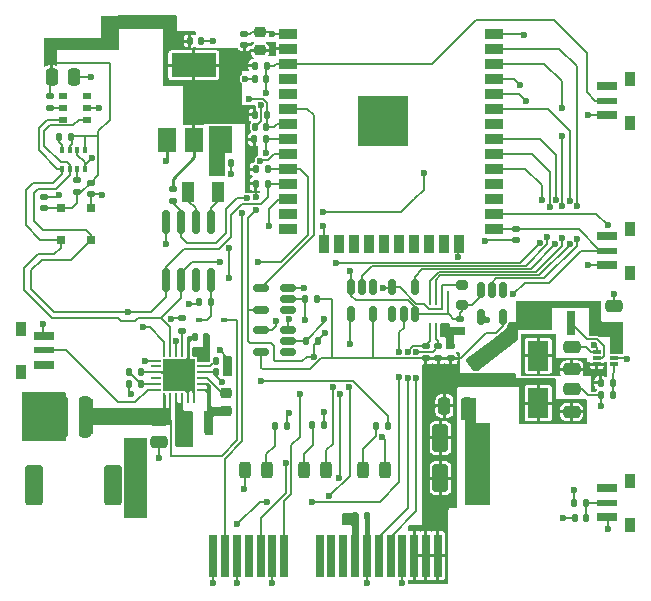
<source format=gbr>
%TF.GenerationSoftware,KiCad,Pcbnew,(6.0.9)*%
%TF.CreationDate,2023-09-09T15:40:47+05:30*%
%TF.ProjectId,WeatherKids_V3,57656174-6865-4724-9b69-64735f56332e,rev?*%
%TF.SameCoordinates,PX1406f40PY14fb180*%
%TF.FileFunction,Copper,L1,Top*%
%TF.FilePolarity,Positive*%
%FSLAX46Y46*%
G04 Gerber Fmt 4.6, Leading zero omitted, Abs format (unit mm)*
G04 Created by KiCad (PCBNEW (6.0.9)) date 2023-09-09 15:40:47*
%MOMM*%
%LPD*%
G01*
G04 APERTURE LIST*
G04 Aperture macros list*
%AMRoundRect*
0 Rectangle with rounded corners*
0 $1 Rounding radius*
0 $2 $3 $4 $5 $6 $7 $8 $9 X,Y pos of 4 corners*
0 Add a 4 corners polygon primitive as box body*
4,1,4,$2,$3,$4,$5,$6,$7,$8,$9,$2,$3,0*
0 Add four circle primitives for the rounded corners*
1,1,$1+$1,$2,$3*
1,1,$1+$1,$4,$5*
1,1,$1+$1,$6,$7*
1,1,$1+$1,$8,$9*
0 Add four rect primitives between the rounded corners*
20,1,$1+$1,$2,$3,$4,$5,0*
20,1,$1+$1,$4,$5,$6,$7,0*
20,1,$1+$1,$6,$7,$8,$9,0*
20,1,$1+$1,$8,$9,$2,$3,0*%
G04 Aperture macros list end*
%TA.AperFunction,SMDPad,CuDef*%
%ADD10RoundRect,0.200000X0.275000X-0.200000X0.275000X0.200000X-0.275000X0.200000X-0.275000X-0.200000X0*%
%TD*%
%TA.AperFunction,SMDPad,CuDef*%
%ADD11R,0.800000X2.000000*%
%TD*%
%TA.AperFunction,SMDPad,CuDef*%
%ADD12RoundRect,0.225000X0.250000X-0.225000X0.250000X0.225000X-0.250000X0.225000X-0.250000X-0.225000X0*%
%TD*%
%TA.AperFunction,SMDPad,CuDef*%
%ADD13RoundRect,0.140000X0.140000X0.170000X-0.140000X0.170000X-0.140000X-0.170000X0.140000X-0.170000X0*%
%TD*%
%TA.AperFunction,SMDPad,CuDef*%
%ADD14RoundRect,0.135000X-0.185000X0.135000X-0.185000X-0.135000X0.185000X-0.135000X0.185000X0.135000X0*%
%TD*%
%TA.AperFunction,SMDPad,CuDef*%
%ADD15RoundRect,0.250000X-0.250000X-1.500000X0.250000X-1.500000X0.250000X1.500000X-0.250000X1.500000X0*%
%TD*%
%TA.AperFunction,SMDPad,CuDef*%
%ADD16RoundRect,0.250001X-0.499999X-1.449999X0.499999X-1.449999X0.499999X1.449999X-0.499999X1.449999X0*%
%TD*%
%TA.AperFunction,SMDPad,CuDef*%
%ADD17RoundRect,0.225000X-0.250000X0.225000X-0.250000X-0.225000X0.250000X-0.225000X0.250000X0.225000X0*%
%TD*%
%TA.AperFunction,SMDPad,CuDef*%
%ADD18R,1.000000X1.800000*%
%TD*%
%TA.AperFunction,SMDPad,CuDef*%
%ADD19RoundRect,0.135000X0.135000X0.185000X-0.135000X0.185000X-0.135000X-0.185000X0.135000X-0.185000X0*%
%TD*%
%TA.AperFunction,SMDPad,CuDef*%
%ADD20RoundRect,0.150000X0.512500X0.150000X-0.512500X0.150000X-0.512500X-0.150000X0.512500X-0.150000X0*%
%TD*%
%TA.AperFunction,SMDPad,CuDef*%
%ADD21RoundRect,0.140000X0.170000X-0.140000X0.170000X0.140000X-0.170000X0.140000X-0.170000X-0.140000X0*%
%TD*%
%TA.AperFunction,SMDPad,CuDef*%
%ADD22RoundRect,0.135000X-0.135000X-0.185000X0.135000X-0.185000X0.135000X0.185000X-0.135000X0.185000X0*%
%TD*%
%TA.AperFunction,SMDPad,CuDef*%
%ADD23RoundRect,0.250000X-0.412500X-0.925000X0.412500X-0.925000X0.412500X0.925000X-0.412500X0.925000X0*%
%TD*%
%TA.AperFunction,SMDPad,CuDef*%
%ADD24RoundRect,0.062500X-0.062500X0.350000X-0.062500X-0.350000X0.062500X-0.350000X0.062500X0.350000X0*%
%TD*%
%TA.AperFunction,SMDPad,CuDef*%
%ADD25RoundRect,0.062500X-0.350000X0.062500X-0.350000X-0.062500X0.350000X-0.062500X0.350000X0.062500X0*%
%TD*%
%TA.AperFunction,ComponentPad*%
%ADD26C,0.584200*%
%TD*%
%TA.AperFunction,SMDPad,CuDef*%
%ADD27R,2.700000X2.700000*%
%TD*%
%TA.AperFunction,SMDPad,CuDef*%
%ADD28R,0.670001X0.299999*%
%TD*%
%TA.AperFunction,SMDPad,CuDef*%
%ADD29R,0.700000X3.600000*%
%TD*%
%TA.AperFunction,SMDPad,CuDef*%
%ADD30RoundRect,0.140000X-0.140000X-0.170000X0.140000X-0.170000X0.140000X0.170000X-0.140000X0.170000X0*%
%TD*%
%TA.AperFunction,SMDPad,CuDef*%
%ADD31RoundRect,0.140000X-0.170000X0.140000X-0.170000X-0.140000X0.170000X-0.140000X0.170000X0.140000X0*%
%TD*%
%TA.AperFunction,SMDPad,CuDef*%
%ADD32R,0.254000X1.168400*%
%TD*%
%TA.AperFunction,SMDPad,CuDef*%
%ADD33R,0.800000X0.800000*%
%TD*%
%TA.AperFunction,SMDPad,CuDef*%
%ADD34RoundRect,0.250000X0.475000X-0.250000X0.475000X0.250000X-0.475000X0.250000X-0.475000X-0.250000X0*%
%TD*%
%TA.AperFunction,SMDPad,CuDef*%
%ADD35RoundRect,0.243750X-0.243750X-0.456250X0.243750X-0.456250X0.243750X0.456250X-0.243750X0.456250X0*%
%TD*%
%TA.AperFunction,SMDPad,CuDef*%
%ADD36R,0.900000X1.300000*%
%TD*%
%TA.AperFunction,SMDPad,CuDef*%
%ADD37R,1.800000X0.750000*%
%TD*%
%TA.AperFunction,SMDPad,CuDef*%
%ADD38R,1.800000X0.600000*%
%TD*%
%TA.AperFunction,SMDPad,CuDef*%
%ADD39RoundRect,0.250000X-0.475000X0.250000X-0.475000X-0.250000X0.475000X-0.250000X0.475000X0.250000X0*%
%TD*%
%TA.AperFunction,SMDPad,CuDef*%
%ADD40R,1.800000X2.500000*%
%TD*%
%TA.AperFunction,SMDPad,CuDef*%
%ADD41R,0.600000X0.450000*%
%TD*%
%TA.AperFunction,SMDPad,CuDef*%
%ADD42RoundRect,0.150000X-0.150000X0.825000X-0.150000X-0.825000X0.150000X-0.825000X0.150000X0.825000X0*%
%TD*%
%TA.AperFunction,SMDPad,CuDef*%
%ADD43R,0.350000X0.500000*%
%TD*%
%TA.AperFunction,SMDPad,CuDef*%
%ADD44RoundRect,0.150000X-0.150000X0.512500X-0.150000X-0.512500X0.150000X-0.512500X0.150000X0.512500X0*%
%TD*%
%TA.AperFunction,SMDPad,CuDef*%
%ADD45RoundRect,0.250000X-0.250000X-0.475000X0.250000X-0.475000X0.250000X0.475000X-0.250000X0.475000X0*%
%TD*%
%TA.AperFunction,SMDPad,CuDef*%
%ADD46RoundRect,0.135000X0.185000X-0.135000X0.185000X0.135000X-0.185000X0.135000X-0.185000X-0.135000X0*%
%TD*%
%TA.AperFunction,SMDPad,CuDef*%
%ADD47R,1.500000X2.000000*%
%TD*%
%TA.AperFunction,SMDPad,CuDef*%
%ADD48R,3.800000X2.000000*%
%TD*%
%TA.AperFunction,SMDPad,CuDef*%
%ADD49R,0.800000X0.500000*%
%TD*%
%TA.AperFunction,SMDPad,CuDef*%
%ADD50RoundRect,0.150000X0.150000X-0.512500X0.150000X0.512500X-0.150000X0.512500X-0.150000X-0.512500X0*%
%TD*%
%TA.AperFunction,SMDPad,CuDef*%
%ADD51R,1.500000X0.900000*%
%TD*%
%TA.AperFunction,SMDPad,CuDef*%
%ADD52R,0.900000X1.500000*%
%TD*%
%TA.AperFunction,SMDPad,CuDef*%
%ADD53R,1.050000X1.050000*%
%TD*%
%TA.AperFunction,SMDPad,CuDef*%
%ADD54R,4.200000X4.200000*%
%TD*%
%TA.AperFunction,ViaPad*%
%ADD55C,0.600000*%
%TD*%
%TA.AperFunction,Conductor*%
%ADD56C,0.203200*%
%TD*%
%TA.AperFunction,Conductor*%
%ADD57C,0.127000*%
%TD*%
%TA.AperFunction,Conductor*%
%ADD58C,0.381000*%
%TD*%
%TA.AperFunction,Conductor*%
%ADD59C,0.254000*%
%TD*%
G04 APERTURE END LIST*
D10*
%TO.P,R14,1*%
%TO.N,GND*%
X38050000Y-30525000D03*
%TO.P,R14,2*%
%TO.N,+3V0*%
X38050000Y-28875000D03*
%TD*%
D11*
%TO.P,L1,2,2*%
%TO.N,/VOUT*%
X14600000Y-40500000D03*
%TO.P,L1,1,1*%
%TO.N,Net-(C6-Pad1)*%
X16600000Y-40500000D03*
%TD*%
%TO.P,L2,1*%
%TO.N,/VOUT*%
X49300000Y-32100000D03*
%TO.P,L2,2*%
%TO.N,Net-(L2-Pad2)*%
X47300000Y-32100000D03*
%TD*%
D12*
%TO.P,C6,1*%
%TO.N,Net-(C6-Pad1)*%
X18050000Y-39525000D03*
%TO.P,C6,2*%
%TO.N,Net-(C6-Pad2)*%
X18050000Y-37975000D03*
%TD*%
D13*
%TO.P,C8,1*%
%TO.N,/~{ESP23_EN}*%
X21480000Y-11400000D03*
%TO.P,C8,2*%
%TO.N,GND*%
X20520000Y-11400000D03*
%TD*%
D14*
%TO.P,R11,1*%
%TO.N,+3V0*%
X13545000Y-20715000D03*
%TO.P,R11,2*%
%TO.N,/~{RTC_INT}*%
X13545000Y-21735000D03*
%TD*%
D15*
%TO.P,J1,1,Pin_1*%
%TO.N,GND*%
X4150000Y-40050000D03*
%TO.P,J1,2,Pin_2*%
%TO.N,+BATT*%
X6150000Y-40050000D03*
D16*
%TO.P,J1,MP*%
%TO.N,N/C*%
X1800000Y-45800000D03*
X8500000Y-45800000D03*
%TD*%
D17*
%TO.P,C11,1*%
%TO.N,GND*%
X20950000Y-7450000D03*
%TO.P,C11,2*%
%TO.N,+3V0*%
X20950000Y-9000000D03*
%TD*%
D18*
%TO.P,Y1,1,1*%
%TO.N,Net-(U7-Pad2)*%
X14895000Y-20975000D03*
%TO.P,Y1,2,2*%
%TO.N,Net-(U7-Pad1)*%
X17395000Y-20975000D03*
%TD*%
D19*
%TO.P,R12,1*%
%TO.N,+3V0*%
X4960000Y-16300000D03*
%TO.P,R12,2*%
%TO.N,Net-(R12-Pad2)*%
X3940000Y-16300000D03*
%TD*%
D20*
%TO.P,U13,1,NC*%
%TO.N,unconnected-(U13-Pad1)*%
X23325000Y-31000000D03*
%TO.P,U13,2,A*%
%TO.N,/Bus/~{GBUS_5V_INT}*%
X23325000Y-30050000D03*
%TO.P,U13,3,GND*%
%TO.N,GND*%
X23325000Y-29100000D03*
%TO.P,U13,4,Y*%
%TO.N,/GBUS.~{INT}*%
X21050000Y-29100000D03*
%TO.P,U13,5,VCC*%
%TO.N,+3V0*%
X21050000Y-31000000D03*
%TD*%
D21*
%TO.P,C20,1*%
%TO.N,Net-(C20-Pad1)*%
X37850000Y-32680000D03*
%TO.P,C20,2*%
%TO.N,GND*%
X37850000Y-31720000D03*
%TD*%
D22*
%TO.P,R22,1*%
%TO.N,Net-(R21-Pad2)*%
X9890000Y-36200000D03*
%TO.P,R22,2*%
%TO.N,GND*%
X10910000Y-36200000D03*
%TD*%
D19*
%TO.P,R9,1*%
%TO.N,/I2C_SDA*%
X21610000Y-20300000D03*
%TO.P,R9,2*%
%TO.N,+3V0*%
X20590000Y-20300000D03*
%TD*%
D23*
%TO.P,C23,1*%
%TO.N,+5V*%
X36225000Y-41800000D03*
%TO.P,C23,2*%
%TO.N,GND*%
X39300000Y-41800000D03*
%TD*%
D24*
%TO.P,U1,1,VAC*%
%TO.N,VBUS*%
X15350000Y-34537500D03*
%TO.P,U1,2,PSEL*%
%TO.N,GND*%
X14850000Y-34537500D03*
%TO.P,U1,3,~{PG}*%
%TO.N,Net-(R3-Pad1)*%
X14350000Y-34537500D03*
%TO.P,U1,4,STAT*%
%TO.N,Net-(R2-Pad1)*%
X13850000Y-34537500D03*
%TO.P,U1,5,SCL*%
%TO.N,/I2C_SCL*%
X13350000Y-34537500D03*
%TO.P,U1,6,SDA*%
%TO.N,/I2C_SDA*%
X12850000Y-34537500D03*
D25*
%TO.P,U1,7,~{INT}*%
%TO.N,/~{BMS_INT}*%
X12137500Y-35250000D03*
%TO.P,U1,8,NC*%
%TO.N,unconnected-(U1-Pad8)*%
X12137500Y-35750000D03*
%TO.P,U1,9,~{CE}*%
%TO.N,GND*%
X12137500Y-36250000D03*
%TO.P,U1,10,NC*%
%TO.N,unconnected-(U1-Pad10)*%
X12137500Y-36750000D03*
%TO.P,U1,11,TS*%
%TO.N,Net-(R21-Pad2)*%
X12137500Y-37250000D03*
%TO.P,U1,12,~{QON}*%
%TO.N,Net-(SW4-Pad2)*%
X12137500Y-37750000D03*
D24*
%TO.P,U1,13,BAT*%
%TO.N,+BATT*%
X12850000Y-38462500D03*
%TO.P,U1,14,BAT*%
X13350000Y-38462500D03*
%TO.P,U1,15,SYS*%
%TO.N,/VOUT*%
X13850000Y-38462500D03*
%TO.P,U1,16,SYS*%
X14350000Y-38462500D03*
%TO.P,U1,17,GND*%
%TO.N,GND*%
X14850000Y-38462500D03*
%TO.P,U1,18,GND*%
X15350000Y-38462500D03*
D25*
%TO.P,U1,19,SW*%
%TO.N,Net-(C6-Pad1)*%
X16062500Y-37750000D03*
%TO.P,U1,20,SW*%
X16062500Y-37250000D03*
%TO.P,U1,21,BTST*%
%TO.N,Net-(C6-Pad2)*%
X16062500Y-36750000D03*
%TO.P,U1,22,REGN*%
%TO.N,Net-(C25-Pad1)*%
X16062500Y-36250000D03*
%TO.P,U1,23,PMID*%
%TO.N,Net-(C5-Pad1)*%
X16062500Y-35750000D03*
%TO.P,U1,24,VBUS*%
%TO.N,VBUS*%
X16062500Y-35250000D03*
D26*
%TO.P,U1,25,GND*%
%TO.N,GND*%
X13000000Y-36500000D03*
X15200000Y-37600000D03*
X14100000Y-36500000D03*
X13000000Y-37600000D03*
X14100000Y-37600000D03*
D27*
X14100000Y-36500000D03*
D26*
X15200000Y-35400000D03*
X14100000Y-35400000D03*
X15200000Y-36500000D03*
X13000000Y-35400000D03*
%TD*%
D28*
%TO.P,U3,1,FB*%
%TO.N,Net-(R5-Pad2)*%
X50940001Y-35550002D03*
%TO.P,U3,2,EN*%
%TO.N,/BOOSTER_EN*%
X50940001Y-35050003D03*
%TO.P,U3,3,VIN*%
%TO.N,/VOUT*%
X50940001Y-34550001D03*
%TO.P,U3,4,GND*%
%TO.N,GND*%
X49459999Y-34550001D03*
%TO.P,U3,5,SW*%
%TO.N,Net-(L2-Pad2)*%
X49459999Y-35050003D03*
%TO.P,U3,6,VOUT*%
%TO.N,Net-(C14-Pad1)*%
X49459999Y-35550002D03*
%TD*%
D29*
%TO.P,J3,B1,B1*%
%TO.N,+5V*%
X36000000Y-51760950D03*
%TO.P,J3,B2,B2*%
X35000000Y-51760950D03*
%TO.P,J3,B3,B3*%
X34000000Y-51760950D03*
%TO.P,J3,B4,B4*%
%TO.N,GND*%
X33000000Y-51760950D03*
%TO.P,J3,B5,B5*%
%TO.N,/Bus/GBUS_5V_SCL*%
X32000000Y-51760950D03*
%TO.P,J3,B6,B6*%
%TO.N,/Bus/GBUS_5V_SDA*%
X31000000Y-51760950D03*
%TO.P,J3,B7,B7*%
%TO.N,GND*%
X30000000Y-51760950D03*
%TO.P,J3,B8,B8*%
%TO.N,VBUS*%
X29000000Y-51760950D03*
%TO.P,J3,B9,B9*%
%TO.N,unconnected-(J3-PadB9)*%
X28000000Y-51760950D03*
%TO.P,J3,B10,B10*%
%TO.N,unconnected-(J3-PadB10)*%
X27000000Y-51760950D03*
%TO.P,J3,B11,B11*%
%TO.N,unconnected-(J3-PadB11)*%
X26000000Y-51760950D03*
%TO.P,J3,B12,B12*%
%TO.N,/Bus/~{GBUS_5V_INT}*%
X23000000Y-51760950D03*
%TO.P,J3,B13,B13*%
%TO.N,GND*%
X22000000Y-51760950D03*
%TO.P,J3,B14,B14*%
%TO.N,/Bus/GBUS_5V_MOSI*%
X21000000Y-51760950D03*
%TO.P,J3,B15,B15*%
%TO.N,unconnected-(J3-PadB15)*%
X20000000Y-51760950D03*
%TO.P,J3,B16,B16*%
%TO.N,GND*%
X19000000Y-51760950D03*
%TO.P,J3,B17,B17*%
%TO.N,/GBUS.DETECT*%
X18000000Y-51760950D03*
%TO.P,J3,B18,B18*%
%TO.N,GND*%
X17000000Y-51760950D03*
%TD*%
D22*
%TO.P,R21,1*%
%TO.N,Net-(C25-Pad1)*%
X9890000Y-37250000D03*
%TO.P,R21,2*%
%TO.N,Net-(R21-Pad2)*%
X10910000Y-37250000D03*
%TD*%
D30*
%TO.P,C5,1*%
%TO.N,Net-(C5-Pad1)*%
X17220000Y-35250000D03*
%TO.P,C5,2*%
%TO.N,GND*%
X18180000Y-35250000D03*
%TD*%
D31*
%TO.P,C2,1*%
%TO.N,/ESP32_IO0*%
X42600000Y-24120000D03*
%TO.P,C2,2*%
%TO.N,GND*%
X42600000Y-25080000D03*
%TD*%
D14*
%TO.P,R19,1*%
%TO.N,/Bus/GBUS_5V_SDA*%
X35000000Y-34040000D03*
%TO.P,R19,2*%
%TO.N,+5V*%
X35000000Y-35060000D03*
%TD*%
D13*
%TO.P,C4,1*%
%TO.N,Net-(C4-Pad1)*%
X48550000Y-48550000D03*
%TO.P,C4,2*%
%TO.N,GND*%
X47590000Y-48550000D03*
%TD*%
%TO.P,C21,1*%
%TO.N,/GBUS.DETECT*%
X21500000Y-15450000D03*
%TO.P,C21,2*%
%TO.N,GND*%
X20540000Y-15450000D03*
%TD*%
D14*
%TO.P,R10,1*%
%TO.N,+3V0*%
X3150000Y-12840000D03*
%TO.P,R10,2*%
%TO.N,Net-(R10-Pad2)*%
X3150000Y-13860000D03*
%TD*%
D32*
%TO.P,U9,1,GND*%
%TO.N,GND*%
X36850001Y-29928400D03*
%TO.P,U9,2,VREF1*%
%TO.N,+3V0*%
X36350000Y-29928400D03*
%TO.P,U9,3,SCL1*%
%TO.N,/GBUS.SCL*%
X35850000Y-29928400D03*
%TO.P,U9,4,SDA1*%
%TO.N,/GBUS.SDA*%
X35349999Y-29928400D03*
%TO.P,U9,5,SDA2*%
%TO.N,/Bus/GBUS_5V_SDA*%
X35349999Y-32671600D03*
%TO.P,U9,6,SCL2*%
%TO.N,/Bus/GBUS_5V_SCL*%
X35850000Y-32671600D03*
%TO.P,U9,7,VREF2*%
%TO.N,Net-(C20-Pad1)*%
X36350000Y-32671600D03*
%TO.P,U9,8,EN*%
X36850001Y-32671600D03*
%TD*%
D33*
%TO.P,U5,1,SCL*%
%TO.N,/I2C_SCL*%
X4080000Y-25050000D03*
%TO.P,U5,2,SDA*%
%TO.N,/I2C_SDA*%
X6620000Y-25050000D03*
%TO.P,U5,3,GND*%
%TO.N,GND*%
X6620000Y-22350000D03*
%TO.P,U5,4,VDD*%
%TO.N,+3V0*%
X4080000Y-22350000D03*
%TD*%
D22*
%TO.P,R15,1*%
%TO.N,/GBUS.~{RESET}*%
X24827500Y-33600000D03*
%TO.P,R15,2*%
%TO.N,+3V0*%
X25847500Y-33600000D03*
%TD*%
D34*
%TO.P,C9,1*%
%TO.N,/VOUT*%
X50950000Y-32500000D03*
%TO.P,C9,2*%
%TO.N,GND*%
X50950000Y-30600000D03*
%TD*%
D23*
%TO.P,C22,1*%
%TO.N,+5V*%
X36225000Y-45200000D03*
%TO.P,C22,2*%
%TO.N,GND*%
X39300000Y-45200000D03*
%TD*%
D35*
%TO.P,D5,1,K*%
%TO.N,Net-(D5-Pad1)*%
X24662500Y-44500000D03*
%TO.P,D5,2,A*%
%TO.N,+3V0*%
X26537500Y-44500000D03*
%TD*%
D19*
%TO.P,R24,1*%
%TO.N,Net-(C4-Pad1)*%
X48560000Y-47300000D03*
%TO.P,R24,2*%
%TO.N,/SYS_BUTTON*%
X47540000Y-47300000D03*
%TD*%
D36*
%TO.P,SW4,*%
%TO.N,*%
X700000Y-32550000D03*
X700000Y-36250000D03*
D37*
%TO.P,SW4,1,1*%
%TO.N,GND*%
X2650000Y-33175000D03*
D38*
%TO.P,SW4,2,2*%
%TO.N,Net-(SW4-Pad2)*%
X2650000Y-34400000D03*
D37*
%TO.P,SW4,3*%
%TO.N,N/C*%
X2650000Y-35625000D03*
%TD*%
D39*
%TO.P,C7,1*%
%TO.N,+BATT*%
X12400000Y-40250000D03*
%TO.P,C7,2*%
%TO.N,GND*%
X12400000Y-42150000D03*
%TD*%
D31*
%TO.P,C12,1*%
%TO.N,GND*%
X19600000Y-7570000D03*
%TO.P,C12,2*%
%TO.N,+3V0*%
X19600000Y-8530000D03*
%TD*%
D22*
%TO.P,R5,1*%
%TO.N,Net-(C14-Pad1)*%
X49790000Y-37150000D03*
%TO.P,R5,2*%
%TO.N,Net-(R5-Pad2)*%
X50810000Y-37150000D03*
%TD*%
D35*
%TO.P,D2,1,K*%
%TO.N,Net-(D2-Pad1)*%
X29662500Y-44500000D03*
%TO.P,D2,2,A*%
%TO.N,/VOUT*%
X31537500Y-44500000D03*
%TD*%
D40*
%TO.P,D4,1,K*%
%TO.N,+5V*%
X44500000Y-38850000D03*
%TO.P,D4,2,A*%
%TO.N,Net-(C14-Pad1)*%
X44500000Y-34850000D03*
%TD*%
D19*
%TO.P,R7,1*%
%TO.N,GND*%
X26410000Y-40700000D03*
%TO.P,R7,2*%
%TO.N,Net-(D5-Pad1)*%
X25390000Y-40700000D03*
%TD*%
D41*
%TO.P,D3,1,K*%
%TO.N,Net-(C18-Pad1)*%
X15795000Y-31800000D03*
%TO.P,D3,2,A*%
%TO.N,+BATT*%
X17895000Y-31800000D03*
%TD*%
D42*
%TO.P,U7,1,OSCI*%
%TO.N,Net-(U7-Pad1)*%
X16800000Y-23525000D03*
%TO.P,U7,2,OSCO*%
%TO.N,Net-(U7-Pad2)*%
X15530000Y-23525000D03*
%TO.P,U7,3,~{INT}*%
%TO.N,/~{RTC_INT}*%
X14260000Y-23525000D03*
%TO.P,U7,4,VSS*%
%TO.N,GND*%
X12990000Y-23525000D03*
%TO.P,U7,5,SDA*%
%TO.N,/I2C_SDA*%
X12990000Y-28475000D03*
%TO.P,U7,6,SCL*%
%TO.N,/I2C_SCL*%
X14260000Y-28475000D03*
%TO.P,U7,7,CLKO*%
%TO.N,unconnected-(U7-Pad7)*%
X15530000Y-28475000D03*
%TO.P,U7,8,VDD*%
%TO.N,Net-(C18-Pad1)*%
X16800000Y-28475000D03*
%TD*%
D43*
%TO.P,U8,1,GND*%
%TO.N,GND*%
X6125000Y-19000000D03*
%TO.P,U8,2,CSB*%
%TO.N,Net-(R13-Pad2)*%
X5475000Y-19000000D03*
%TO.P,U8,3,SDI*%
%TO.N,/I2C_SDA*%
X4825000Y-19000000D03*
%TO.P,U8,4,SCK*%
%TO.N,/I2C_SCL*%
X4175000Y-19000000D03*
%TO.P,U8,5,SDO*%
%TO.N,Net-(R12-Pad2)*%
X4175000Y-17400000D03*
%TO.P,U8,6,VDDIO*%
%TO.N,+3V0*%
X4825000Y-17400000D03*
%TO.P,U8,7,GND*%
%TO.N,GND*%
X5475000Y-17400000D03*
%TO.P,U8,8,VDD*%
%TO.N,+3V0*%
X6125000Y-17400000D03*
%TD*%
D36*
%TO.P,SW1,*%
%TO.N,*%
X52300000Y-24100000D03*
X52300000Y-27800000D03*
D37*
%TO.P,SW1,1,1*%
%TO.N,GND*%
X50350000Y-27175000D03*
D38*
%TO.P,SW1,2,2*%
%TO.N,/ESP32_IO0*%
X50350000Y-25950000D03*
D37*
%TO.P,SW1,3*%
%TO.N,N/C*%
X50350000Y-24725000D03*
%TD*%
D30*
%TO.P,C25,1*%
%TO.N,Net-(C25-Pad1)*%
X17220000Y-36250000D03*
%TO.P,C25,2*%
%TO.N,GND*%
X18180000Y-36250000D03*
%TD*%
D20*
%TO.P,U14,1,NC*%
%TO.N,unconnected-(U14-Pad1)*%
X23325000Y-34550000D03*
%TO.P,U14,2,A*%
%TO.N,/GBUS.~{RESET}*%
X23325000Y-33600000D03*
%TO.P,U14,3,GND*%
%TO.N,GND*%
X23325000Y-32650000D03*
%TO.P,U14,4,Y*%
%TO.N,/Bus/~{GBUS_5V_RESET}*%
X21050000Y-32650000D03*
%TO.P,U14,5,VCC*%
%TO.N,+5V*%
X21050000Y-34550000D03*
%TD*%
D44*
%TO.P,U10,1,NC*%
%TO.N,unconnected-(U10-Pad1)*%
X30550000Y-29062500D03*
%TO.P,U10,2,A*%
%TO.N,/GBUS.CLK*%
X29600000Y-29062500D03*
%TO.P,U10,3,GND*%
%TO.N,GND*%
X28650000Y-29062500D03*
%TO.P,U10,4,Y*%
%TO.N,/Bus/GBUS_5V_SCLK*%
X28650000Y-31337500D03*
%TO.P,U10,5,VCC*%
%TO.N,+5V*%
X30550000Y-31337500D03*
%TD*%
D30*
%TO.P,C13,1*%
%TO.N,+3V0*%
X15020000Y-8200000D03*
%TO.P,C13,2*%
%TO.N,GND*%
X15980000Y-8200000D03*
%TD*%
D14*
%TO.P,R16,1*%
%TO.N,Net-(C20-Pad1)*%
X37100000Y-34040000D03*
%TO.P,R16,2*%
%TO.N,+5V*%
X37100000Y-35060000D03*
%TD*%
D22*
%TO.P,RV1,1*%
%TO.N,VBUS*%
X28990000Y-48400000D03*
%TO.P,RV1,2*%
%TO.N,GND*%
X30010000Y-48400000D03*
%TD*%
D19*
%TO.P,R2,1*%
%TO.N,Net-(R2-Pad1)*%
X31760000Y-40800000D03*
%TO.P,R2,2*%
%TO.N,Net-(D2-Pad1)*%
X30740000Y-40800000D03*
%TD*%
D22*
%TO.P,R1,1*%
%TO.N,Net-(D1-Pad2)*%
X22240000Y-40800000D03*
%TO.P,R1,2*%
%TO.N,/SYS LED*%
X23260000Y-40800000D03*
%TD*%
D45*
%TO.P,C17,1*%
%TO.N,+3V0*%
X3300000Y-11250000D03*
%TO.P,C17,2*%
%TO.N,GND*%
X5200000Y-11250000D03*
%TD*%
D36*
%TO.P,SW3,*%
%TO.N,*%
X52300000Y-49150000D03*
X52300000Y-45450000D03*
D37*
%TO.P,SW3,1,1*%
%TO.N,GND*%
X50350000Y-48525000D03*
D38*
%TO.P,SW3,2,2*%
%TO.N,Net-(C4-Pad1)*%
X50350000Y-47300000D03*
D37*
%TO.P,SW3,3*%
%TO.N,N/C*%
X50350000Y-46075000D03*
%TD*%
D30*
%TO.P,C10,1*%
%TO.N,/VOUT*%
X17570000Y-18500000D03*
%TO.P,C10,2*%
%TO.N,GND*%
X18530000Y-18500000D03*
%TD*%
D36*
%TO.P,SW2,*%
%TO.N,*%
X52300000Y-11400000D03*
X52300000Y-15100000D03*
D37*
%TO.P,SW2,1,1*%
%TO.N,GND*%
X50350000Y-14475000D03*
D38*
%TO.P,SW2,2,2*%
%TO.N,/~{ESP23_EN}*%
X50350000Y-13250000D03*
D37*
%TO.P,SW2,3*%
%TO.N,N/C*%
X50350000Y-12025000D03*
%TD*%
D46*
%TO.P,R3,2*%
%TO.N,/VOUT*%
X14350000Y-31690000D03*
%TO.P,R3,1*%
%TO.N,Net-(R3-Pad1)*%
X14350000Y-32710000D03*
%TD*%
D13*
%TO.P,C18,1*%
%TO.N,Net-(C18-Pad1)*%
X16780000Y-30300000D03*
%TO.P,C18,2*%
%TO.N,GND*%
X15820000Y-30300000D03*
%TD*%
D47*
%TO.P,U4,1,GND*%
%TO.N,GND*%
X13050000Y-16550000D03*
D48*
%TO.P,U4,2,VO*%
%TO.N,+3V0*%
X15350000Y-10250000D03*
D47*
X15350000Y-16550000D03*
%TO.P,U4,3,VI*%
%TO.N,/VOUT*%
X17650000Y-16550000D03*
%TD*%
D19*
%TO.P,R8,1*%
%TO.N,/I2C_SCL*%
X21610000Y-19050000D03*
%TO.P,R8,2*%
%TO.N,+3V0*%
X20590000Y-19050000D03*
%TD*%
D14*
%TO.P,R17,1*%
%TO.N,/Bus/GBUS_5V_SCL*%
X36050000Y-34040000D03*
%TO.P,R17,2*%
%TO.N,+5V*%
X36050000Y-35060000D03*
%TD*%
D31*
%TO.P,C16,1*%
%TO.N,+3V0*%
X6600000Y-20220000D03*
%TO.P,C16,2*%
%TO.N,GND*%
X6600000Y-21180000D03*
%TD*%
D19*
%TO.P,R6,1*%
%TO.N,Net-(R5-Pad2)*%
X50810000Y-38200000D03*
%TO.P,R6,2*%
%TO.N,GND*%
X49790000Y-38200000D03*
%TD*%
D49*
%TO.P,U6,1,NC*%
%TO.N,unconnected-(U6-Pad1)*%
X4300000Y-12850000D03*
%TO.P,U6,2,VDD*%
%TO.N,Net-(R10-Pad2)*%
X4300000Y-13850000D03*
%TO.P,U6,3,SCL*%
%TO.N,/I2C_SCL*%
X4300000Y-14850000D03*
%TO.P,U6,4,SDA*%
%TO.N,/I2C_SDA*%
X6300000Y-14850000D03*
%TO.P,U6,5,GND*%
%TO.N,GND*%
X6300000Y-13850000D03*
%TO.P,U6,6,NC*%
%TO.N,unconnected-(U6-Pad6)*%
X6300000Y-12850000D03*
%TD*%
D35*
%TO.P,D1,1,K*%
%TO.N,GND*%
X19662500Y-44500000D03*
%TO.P,D1,2,A*%
%TO.N,Net-(D1-Pad2)*%
X21537500Y-44500000D03*
%TD*%
D34*
%TO.P,C15,1*%
%TO.N,+5V*%
X47330000Y-39600000D03*
%TO.P,C15,2*%
%TO.N,GND*%
X47330000Y-37700000D03*
%TD*%
D19*
%TO.P,R18,1*%
%TO.N,/GBUS.DETECT*%
X21530000Y-14450000D03*
%TO.P,R18,2*%
%TO.N,+3V0*%
X20510000Y-14450000D03*
%TD*%
%TO.P,R23,1*%
%TO.N,/~{BMS_INT}*%
X21480000Y-16500000D03*
%TO.P,R23,2*%
%TO.N,+3V0*%
X20460000Y-16500000D03*
%TD*%
D34*
%TO.P,C14,1*%
%TO.N,Net-(C14-Pad1)*%
X47350000Y-36000000D03*
%TO.P,C14,2*%
%TO.N,GND*%
X47350000Y-34100000D03*
%TD*%
D21*
%TO.P,C19,1*%
%TO.N,+3V0*%
X2700000Y-22330000D03*
%TO.P,C19,2*%
%TO.N,GND*%
X2700000Y-21370000D03*
%TD*%
D22*
%TO.P,R4,1*%
%TO.N,+3V0*%
X20490000Y-10300000D03*
%TO.P,R4,2*%
%TO.N,/~{ESP23_EN}*%
X21510000Y-10300000D03*
%TD*%
D45*
%TO.P,C24,1*%
%TO.N,+5V*%
X36562500Y-39100000D03*
%TO.P,C24,2*%
%TO.N,GND*%
X38462500Y-39100000D03*
%TD*%
D50*
%TO.P,U12,1,NC*%
%TO.N,unconnected-(U12-Pad1)*%
X32150000Y-31337500D03*
%TO.P,U12,2,A*%
%TO.N,/Bus/GBUS_5V_MISO*%
X33100000Y-31337500D03*
%TO.P,U12,3,GND*%
%TO.N,GND*%
X34050000Y-31337500D03*
%TO.P,U12,4,Y*%
%TO.N,/GBUS.MISO*%
X34050000Y-29062500D03*
%TO.P,U12,5,VCC*%
%TO.N,+3V0*%
X32150000Y-29062500D03*
%TD*%
D51*
%TO.P,U2,1,GND*%
%TO.N,GND*%
X23300000Y-7595000D03*
%TO.P,U2,2,VDD*%
%TO.N,+3V0*%
X23300000Y-8865000D03*
%TO.P,U2,3,EN*%
%TO.N,/~{ESP23_EN}*%
X23300000Y-10135000D03*
%TO.P,U2,4,SENSOR_VP*%
%TO.N,unconnected-(U2-Pad4)*%
X23300000Y-11405000D03*
%TO.P,U2,5,SENSOR_VN*%
%TO.N,unconnected-(U2-Pad5)*%
X23300000Y-12675000D03*
%TO.P,U2,6,IO34*%
%TO.N,/GBUS.~{INT}*%
X23300000Y-13945000D03*
%TO.P,U2,7,IO35*%
%TO.N,/GBUS.DETECT*%
X23300000Y-15215000D03*
%TO.P,U2,8,IO32*%
%TO.N,/~{BMS_INT}*%
X23300000Y-16485000D03*
%TO.P,U2,9,IO33*%
%TO.N,/~{RTC_INT}*%
X23300000Y-17755000D03*
%TO.P,U2,10,IO25*%
%TO.N,/I2C_SCL*%
X23300000Y-19025000D03*
%TO.P,U2,11,IO26*%
%TO.N,/I2C_SDA*%
X23300000Y-20295000D03*
%TO.P,U2,12,IO27*%
%TO.N,/SYS_BUTTON*%
X23300000Y-21565000D03*
%TO.P,U2,13,IO14*%
%TO.N,unconnected-(U2-Pad13)*%
X23300000Y-22835000D03*
%TO.P,U2,14,IO12*%
%TO.N,unconnected-(U2-Pad14)*%
X23300000Y-24105000D03*
D52*
%TO.P,U2,15,GND*%
%TO.N,GND*%
X26340000Y-25355000D03*
%TO.P,U2,16,IO13*%
%TO.N,unconnected-(U2-Pad16)*%
X27610000Y-25355000D03*
%TO.P,U2,17,SHD/SD2*%
%TO.N,unconnected-(U2-Pad17)*%
X28880000Y-25355000D03*
%TO.P,U2,18,SWP/SD3*%
%TO.N,unconnected-(U2-Pad18)*%
X30150000Y-25355000D03*
%TO.P,U2,19,SCS/CMD*%
%TO.N,unconnected-(U2-Pad19)*%
X31420000Y-25355000D03*
%TO.P,U2,20,SCK/CLK*%
%TO.N,unconnected-(U2-Pad20)*%
X32690000Y-25355000D03*
%TO.P,U2,21,SDO/SD0*%
%TO.N,unconnected-(U2-Pad21)*%
X33960000Y-25355000D03*
%TO.P,U2,22,SDI/SD1*%
%TO.N,unconnected-(U2-Pad22)*%
X35230000Y-25355000D03*
%TO.P,U2,23,IO15*%
%TO.N,unconnected-(U2-Pad23)*%
X36500000Y-25355000D03*
%TO.P,U2,24,IO2*%
%TO.N,/SYS LED*%
X37770000Y-25355000D03*
D51*
%TO.P,U2,25,IO0*%
%TO.N,/ESP32_IO0*%
X40800000Y-24105000D03*
%TO.P,U2,26,IO4*%
%TO.N,/BOOSTER_EN*%
X40800000Y-22835000D03*
%TO.P,U2,27,IO16*%
%TO.N,unconnected-(U2-Pad27)*%
X40800000Y-21565000D03*
%TO.P,U2,28,IO17*%
%TO.N,unconnected-(U2-Pad28)*%
X40800000Y-20295000D03*
%TO.P,U2,29,IO5*%
%TO.N,/GBUS.~{RESET}*%
X40800000Y-19025000D03*
%TO.P,U2,30,IO18*%
%TO.N,/GBUS.CLK*%
X40800000Y-17755000D03*
%TO.P,U2,31,IO19*%
%TO.N,/GBUS.MISO*%
X40800000Y-16485000D03*
%TO.P,U2,32,NC*%
%TO.N,unconnected-(U2-Pad32)*%
X40800000Y-15215000D03*
%TO.P,U2,33,IO21*%
%TO.N,/GBUS.SCL*%
X40800000Y-13945000D03*
%TO.P,U2,34,RXD0/IO3*%
%TO.N,/ESP_RXD0*%
X40800000Y-12675000D03*
%TO.P,U2,35,TXD0/IO1*%
%TO.N,/ESP_TXDO*%
X40800000Y-11405000D03*
%TO.P,U2,36,IO22*%
%TO.N,/GBUS.SDA*%
X40800000Y-10135000D03*
%TO.P,U2,37,IO23*%
%TO.N,/GBUS.MOSI*%
X40800000Y-8865000D03*
%TO.P,U2,38,GND*%
%TO.N,GND*%
X40800000Y-7595000D03*
D26*
%TO.P,U2,39,GND*%
X32895000Y-15697500D03*
D53*
X31370000Y-13410000D03*
D26*
X32132500Y-16460000D03*
X32132500Y-14935000D03*
X30607500Y-16460000D03*
X29845000Y-15697500D03*
D53*
X29845000Y-14935000D03*
D26*
X31370000Y-15697500D03*
D53*
X32895000Y-13410000D03*
D26*
X32132500Y-13410000D03*
D54*
X31370000Y-14935000D03*
D26*
X30607500Y-13410000D03*
D53*
X31370000Y-14935000D03*
X32895000Y-14935000D03*
X31370000Y-16460000D03*
X32895000Y-16460000D03*
D26*
X32895000Y-14172500D03*
D53*
X29845000Y-16460000D03*
X29845000Y-13410000D03*
D26*
X31370000Y-14172500D03*
X30607500Y-14935000D03*
X29845000Y-14172500D03*
%TD*%
D46*
%TO.P,R13,1*%
%TO.N,+3V0*%
X5445000Y-21025000D03*
%TO.P,R13,2*%
%TO.N,Net-(R13-Pad2)*%
X5445000Y-20005000D03*
%TD*%
D22*
%TO.P,R20,1*%
%TO.N,/Bus/~{GBUS_5V_INT}*%
X24777500Y-30050000D03*
%TO.P,R20,2*%
%TO.N,+5V*%
X25797500Y-30050000D03*
%TD*%
D13*
%TO.P,C1,1*%
%TO.N,VBUS*%
X16380000Y-33300000D03*
%TO.P,C1,2*%
%TO.N,GND*%
X15420000Y-33300000D03*
%TD*%
D44*
%TO.P,U11,5,VCC*%
%TO.N,+5V*%
X41550000Y-31537500D03*
%TO.P,U11,4,Y*%
%TO.N,/Bus/GBUS_5V_MOSI*%
X39650000Y-31537500D03*
%TO.P,U11,3,GND*%
%TO.N,GND*%
X39650000Y-29262500D03*
%TO.P,U11,2,A*%
%TO.N,/GBUS.MOSI*%
X40600000Y-29262500D03*
%TO.P,U11,1,NC*%
%TO.N,unconnected-(U11-Pad1)*%
X41550000Y-29262500D03*
%TD*%
D55*
%TO.N,GND*%
X48749000Y-14475000D03*
X49800000Y-39100000D03*
X50400000Y-49500000D03*
X17550000Y-34400000D03*
X38800000Y-47100000D03*
X49200000Y-33900000D03*
X19000000Y-54100000D03*
X18500000Y-19500000D03*
X46600000Y-48600000D03*
X2900000Y-38400000D03*
X13000000Y-25400000D03*
X1400000Y-41500000D03*
X6760000Y-18100000D03*
X6650000Y-11250000D03*
X12400000Y-43500000D03*
X17000000Y-54100000D03*
X19650000Y-11400000D03*
X2900000Y-39800000D03*
X23400000Y-31726500D03*
X17000000Y-8200000D03*
X1400000Y-40000000D03*
X43262000Y-7718000D03*
X3900000Y-21200000D03*
X7550000Y-21200000D03*
X26400000Y-39600000D03*
X13000000Y-18400000D03*
X2900000Y-39100000D03*
X24700000Y-29100000D03*
X33000000Y-54100000D03*
X1400000Y-40700000D03*
X22000000Y-7600000D03*
X50900000Y-29600000D03*
X21003517Y-13596483D03*
X40000000Y-47100000D03*
X19600000Y-46100000D03*
X14900000Y-30500000D03*
X22000000Y-54100000D03*
X26300000Y-23900000D03*
X30000000Y-54100000D03*
X7350000Y-13850000D03*
X40000000Y-25100000D03*
X2600000Y-32200000D03*
X28600000Y-27700000D03*
X48700000Y-27200000D03*
%TO.N,VBUS*%
X16400000Y-34400000D03*
X28300000Y-48600000D03*
X16400000Y-35050000D03*
%TO.N,+5V*%
X36000000Y-49000000D03*
X35100000Y-49000000D03*
%TO.N,/~{ESP23_EN}*%
X21500000Y-12600000D03*
%TO.N,/GBUS.DETECT*%
X20000000Y-13100000D03*
X19450000Y-22800000D03*
%TO.N,/ESP_RXD0*%
X43490000Y-13300000D03*
%TO.N,/ESP_TXDO*%
X43000000Y-11950000D03*
%TO.N,/I2C_SDA*%
X9750000Y-31160000D03*
X11003517Y-32396483D03*
%TO.N,/I2C_SCL*%
X17600000Y-26900000D03*
X20800000Y-26900000D03*
%TO.N,/VOUT*%
X10400000Y-47700000D03*
X9800000Y-48200000D03*
X11100000Y-42300000D03*
X10400000Y-42300000D03*
X11100000Y-48200000D03*
X16900000Y-19300000D03*
X9700000Y-42300000D03*
X39200000Y-35800000D03*
X13400000Y-31700000D03*
X31300000Y-41700000D03*
X14100000Y-42300000D03*
X38777982Y-35268866D03*
X17600000Y-19300000D03*
X9800000Y-47200000D03*
X11000000Y-47200000D03*
X14900000Y-42300000D03*
%TO.N,+3V0*%
X20600000Y-22490000D03*
X20600000Y-21400000D03*
X26481900Y-32900000D03*
X25540624Y-34912529D03*
X31400000Y-29100000D03*
X27100000Y-37500000D03*
%TO.N,/Bus/~{GBUS_5V_RESET}*%
X22300000Y-31900000D03*
X27700000Y-38100000D03*
X27676017Y-45176017D03*
%TO.N,/Bus/GBUS_5V_SCLK*%
X28530000Y-33880000D03*
X28500000Y-37500000D03*
X26820000Y-46725000D03*
%TO.N,/Bus/GBUS_5V_MISO*%
X32723957Y-34506068D03*
X21545000Y-47215000D03*
X19005000Y-49120000D03*
X25355000Y-47215000D03*
X32723610Y-36665245D03*
%TO.N,/Bus/GBUS_5V_SCL*%
X34200000Y-36700620D03*
X34200000Y-34531900D03*
%TO.N,/Bus/GBUS_5V_SDA*%
X33448319Y-36716252D03*
X33450000Y-34531900D03*
%TO.N,Net-(C25-Pad1)*%
X10000000Y-38100000D03*
X17735000Y-37055000D03*
%TO.N,/Bus/~{GBUS_5V_INT}*%
X24300000Y-38100000D03*
X24750000Y-31800000D03*
%TO.N,/Bus/GBUS_5V_MOSI*%
X23110000Y-43900000D03*
X40210000Y-31800000D03*
%TO.N,/ESP32_IO0*%
X42400000Y-29600000D03*
%TO.N,/~{RTC_INT}*%
X19840000Y-21500000D03*
X20922775Y-18339483D03*
%TO.N,/GBUS.~{RESET}*%
X27350000Y-27000000D03*
X44650000Y-25300000D03*
X44800000Y-21700000D03*
X26400000Y-31700000D03*
%TO.N,/GBUS.CLK*%
X45473132Y-22266945D03*
X45290000Y-24780865D03*
%TO.N,/GBUS.MISO*%
X45986285Y-21686285D03*
X45957817Y-25385326D03*
%TO.N,/GBUS.SCL*%
X47161701Y-21761701D03*
X47161701Y-25387071D03*
%TO.N,/GBUS.SDA*%
X46500000Y-13900000D03*
X46516012Y-24920326D03*
X46500000Y-22200000D03*
X46500000Y-16200000D03*
%TO.N,/GBUS.MOSI*%
X47750000Y-22200000D03*
X47776503Y-25000000D03*
%TO.N,Net-(R2-Pad1)*%
X13860000Y-33563691D03*
X21000000Y-37000000D03*
%TO.N,/~{BMS_INT}*%
X11200000Y-35250000D03*
X18300000Y-25700000D03*
X18300000Y-28300000D03*
X21500000Y-17700000D03*
%TO.N,/SYS_BUTTON*%
X26300000Y-22700000D03*
X47500000Y-46200000D03*
X21700000Y-23900000D03*
X34800000Y-19400000D03*
%TO.N,/SYS LED*%
X23400000Y-39700000D03*
X37700000Y-26510000D03*
%TO.N,/BOOSTER_EN*%
X50400000Y-23800000D03*
X52000000Y-35100000D03*
%TD*%
D56*
%TO.N,+BATT*%
X19000000Y-42000000D02*
X19000000Y-31800000D01*
X13400000Y-40250000D02*
X13400000Y-43300000D01*
X17700000Y-43300000D02*
X19000000Y-42000000D01*
X19000000Y-31800000D02*
X17895000Y-31800000D01*
X12400000Y-40250000D02*
X13400000Y-40250000D01*
X13400000Y-43300000D02*
X17700000Y-43300000D01*
%TO.N,Net-(C18-Pad1)*%
X16775000Y-28675000D02*
X16800000Y-28650000D01*
X16775000Y-30475000D02*
X16775000Y-28675000D01*
X16500000Y-31800000D02*
X16800000Y-31500000D01*
X16800000Y-31500000D02*
X16800000Y-30500000D01*
X15795000Y-31800000D02*
X16500000Y-31800000D01*
X16800000Y-30500000D02*
X16775000Y-30475000D01*
D57*
%TO.N,/GBUS.MOSI*%
X47776503Y-25523497D02*
X47776503Y-25000000D01*
X40946000Y-28304000D02*
X44996000Y-28304000D01*
X40600000Y-28650000D02*
X40946000Y-28304000D01*
X40600000Y-29262500D02*
X40600000Y-28650000D01*
X44996000Y-28304000D02*
X47776503Y-25523497D01*
%TO.N,GND*%
X39650000Y-29750000D02*
X39650000Y-29262500D01*
X38050000Y-30525000D02*
X38875000Y-30525000D01*
X38875000Y-30525000D02*
X39650000Y-29750000D01*
D56*
%TO.N,+5V*%
X40900000Y-32900000D02*
X41500000Y-32300000D01*
X37940000Y-35060000D02*
X40100000Y-32900000D01*
X41500000Y-32300000D02*
X41500000Y-31487500D01*
X37100000Y-35060000D02*
X37940000Y-35060000D01*
X40100000Y-32900000D02*
X40900000Y-32900000D01*
D57*
%TO.N,GND*%
X38050000Y-31050000D02*
X38050000Y-30525000D01*
X37850000Y-31250000D02*
X38050000Y-31050000D01*
X37850000Y-31720000D02*
X37850000Y-31250000D01*
%TO.N,+3V0*%
X36350000Y-28900000D02*
X36375000Y-28875000D01*
X36375000Y-28875000D02*
X38050000Y-28875000D01*
X36350000Y-29928400D02*
X36350000Y-28900000D01*
%TO.N,/Bus/GBUS_5V_MOSI*%
X39897500Y-31487500D02*
X39600000Y-31487500D01*
X40210000Y-31800000D02*
X39897500Y-31487500D01*
%TO.N,Net-(C6-Pad2)*%
X17725000Y-37975000D02*
X18050000Y-37975000D01*
X16500000Y-36750000D02*
X17725000Y-37975000D01*
X16062500Y-36750000D02*
X16500000Y-36750000D01*
%TO.N,GND*%
X12400000Y-42150000D02*
X12400000Y-43500000D01*
X20100000Y-7600000D02*
X19630000Y-7600000D01*
X50900000Y-29600000D02*
X50950000Y-29650000D01*
X19662500Y-44500000D02*
X19662500Y-46037500D01*
X50950000Y-29650000D02*
X50950000Y-30600000D01*
X12990000Y-25390000D02*
X13000000Y-25400000D01*
D56*
X49790000Y-38200000D02*
X49790000Y-39090000D01*
D57*
X18530000Y-19470000D02*
X18500000Y-19500000D01*
X18180000Y-35030000D02*
X18180000Y-35250000D01*
X22000000Y-51760950D02*
X22000000Y-54100000D01*
X34050000Y-30750000D02*
X34050000Y-31337500D01*
X6125000Y-18735000D02*
X6760000Y-18100000D01*
X15980000Y-8200000D02*
X17000000Y-8200000D01*
D58*
X30000000Y-51760950D02*
X30000000Y-48410000D01*
D57*
X23325000Y-31801500D02*
X23400000Y-31726500D01*
X17550000Y-34400000D02*
X18180000Y-35030000D01*
X23325000Y-32650000D02*
X23325000Y-31801500D01*
X18530000Y-18500000D02*
X18530000Y-19470000D01*
X33000000Y-54100000D02*
X33000000Y-51760950D01*
X26400000Y-40690000D02*
X26410000Y-40700000D01*
D56*
X48750000Y-38200000D02*
X49790000Y-38200000D01*
X49459999Y-34550001D02*
X49459999Y-34159999D01*
X48550000Y-34100000D02*
X49000001Y-34550001D01*
D57*
X17000000Y-51760950D02*
X17000000Y-54100000D01*
X36937500Y-31337500D02*
X37000000Y-31400000D01*
X28600000Y-27700000D02*
X28650000Y-27750000D01*
X48749000Y-14475000D02*
X50450000Y-14475000D01*
X20950000Y-7450000D02*
X20250000Y-7450000D01*
X7530000Y-21180000D02*
X7550000Y-21200000D01*
X21003517Y-14986483D02*
X20540000Y-15450000D01*
X5475000Y-17825000D02*
X6125000Y-18475000D01*
X20950000Y-7450000D02*
X21850000Y-7450000D01*
D58*
X30000000Y-48410000D02*
X30010000Y-48400000D01*
D57*
X6620000Y-21200000D02*
X6600000Y-21180000D01*
X15815000Y-30475000D02*
X14925000Y-30475000D01*
X28650000Y-29062500D02*
X28650000Y-29750000D01*
X40800000Y-7595000D02*
X43139000Y-7595000D01*
X36850001Y-31250001D02*
X37000000Y-31400000D01*
X43139000Y-7595000D02*
X43262000Y-7718000D01*
X48725000Y-27175000D02*
X48700000Y-27200000D01*
X42600000Y-25080000D02*
X40020000Y-25080000D01*
D56*
X49000001Y-34550001D02*
X49459999Y-34550001D01*
D59*
X13050000Y-16550000D02*
X13050000Y-18350000D01*
D57*
X6620000Y-22350000D02*
X6620000Y-21200000D01*
X28650000Y-29750000D02*
X29050000Y-30150000D01*
X19630000Y-7600000D02*
X19600000Y-7570000D01*
X28650000Y-27750000D02*
X28650000Y-29062500D01*
X20520000Y-11400000D02*
X19650000Y-11400000D01*
X6125000Y-18475000D02*
X6125000Y-19000000D01*
X37000000Y-31400000D02*
X37320000Y-31720000D01*
X5475000Y-17400000D02*
X5475000Y-17825000D01*
X36850001Y-29928400D02*
X36850001Y-31250001D01*
X47590000Y-48550000D02*
X46650000Y-48550000D01*
X34050000Y-31337500D02*
X36937500Y-31337500D01*
D56*
X47330000Y-37700000D02*
X48250000Y-37700000D01*
D57*
X6600000Y-21180000D02*
X7530000Y-21180000D01*
X50400000Y-48525000D02*
X50400000Y-49500000D01*
X2700000Y-21370000D02*
X3730000Y-21370000D01*
X26400000Y-39600000D02*
X26400000Y-40690000D01*
X37320000Y-31720000D02*
X37850000Y-31720000D01*
X46650000Y-48550000D02*
X46600000Y-48600000D01*
X3730000Y-21370000D02*
X3900000Y-21200000D01*
X22005000Y-7595000D02*
X22000000Y-7600000D01*
D59*
X13050000Y-18350000D02*
X13000000Y-18400000D01*
D57*
X5200000Y-11250000D02*
X6650000Y-11250000D01*
X33450000Y-30150000D02*
X34050000Y-30750000D01*
D56*
X48250000Y-37700000D02*
X48750000Y-38200000D01*
X49790000Y-39090000D02*
X49800000Y-39100000D01*
D57*
X21003517Y-13596483D02*
X21003517Y-14986483D01*
X21850000Y-7450000D02*
X22000000Y-7600000D01*
X19662500Y-46037500D02*
X19600000Y-46100000D01*
X50450000Y-27175000D02*
X48725000Y-27175000D01*
D56*
X47350000Y-34100000D02*
X48550000Y-34100000D01*
D57*
X14925000Y-30475000D02*
X14900000Y-30500000D01*
X19000000Y-51760950D02*
X19000000Y-54100000D01*
X26340000Y-23940000D02*
X26300000Y-23900000D01*
X40020000Y-25080000D02*
X40000000Y-25100000D01*
X26340000Y-25355000D02*
X26340000Y-23940000D01*
X6300000Y-13850000D02*
X7350000Y-13850000D01*
X23325000Y-29100000D02*
X24700000Y-29100000D01*
X20250000Y-7450000D02*
X20100000Y-7600000D01*
D56*
X49459999Y-34159999D02*
X49200000Y-33900000D01*
D57*
X23300000Y-7595000D02*
X22005000Y-7595000D01*
X2600000Y-33175000D02*
X2600000Y-32200000D01*
X6125000Y-19000000D02*
X6125000Y-18735000D01*
X12990000Y-23700000D02*
X12990000Y-25390000D01*
X29050000Y-30150000D02*
X33450000Y-30150000D01*
X30000000Y-54100000D02*
X30000000Y-51760950D01*
D56*
%TO.N,+5V*%
X27010000Y-35060000D02*
X26140000Y-35060000D01*
X26140000Y-35060000D02*
X25200000Y-36000000D01*
X30550000Y-35050000D02*
X30540000Y-35060000D01*
X25797500Y-30050000D02*
X26950000Y-30050000D01*
X21200000Y-36000000D02*
X21050000Y-35850000D01*
X30550000Y-31387500D02*
X30550000Y-35050000D01*
X21050000Y-35850000D02*
X21050000Y-34550000D01*
X26950000Y-30050000D02*
X27010000Y-30110000D01*
X27010000Y-30110000D02*
X27010000Y-35060000D01*
X30540000Y-35060000D02*
X27010000Y-35060000D01*
X35000000Y-35060000D02*
X30540000Y-35060000D01*
X25200000Y-36000000D02*
X21200000Y-36000000D01*
D57*
%TO.N,/~{ESP23_EN}*%
X48596000Y-12544000D02*
X49302000Y-13250000D01*
X22138000Y-10300000D02*
X21510000Y-10300000D01*
X21480000Y-11400000D02*
X21480000Y-10330000D01*
X22303000Y-10135000D02*
X22138000Y-10300000D01*
X23300000Y-10135000D02*
X35511000Y-10135000D01*
X45802000Y-6448000D02*
X48596000Y-9242000D01*
X35511000Y-10135000D02*
X39198000Y-6448000D01*
X48596000Y-9242000D02*
X48596000Y-12544000D01*
X49302000Y-13250000D02*
X50450000Y-13250000D01*
X39198000Y-6448000D02*
X45802000Y-6448000D01*
X23300000Y-10135000D02*
X22303000Y-10135000D01*
X21480000Y-10330000D02*
X21510000Y-10300000D01*
X21500000Y-12600000D02*
X21500000Y-11420000D01*
X21500000Y-11420000D02*
X21480000Y-11400000D01*
%TO.N,/GBUS.DETECT*%
X21200000Y-13100000D02*
X21530000Y-13430000D01*
X22350000Y-15200000D02*
X22365000Y-15215000D01*
X20000000Y-13100000D02*
X21200000Y-13100000D01*
X18000000Y-43550000D02*
X18000000Y-51760950D01*
X21530000Y-13430000D02*
X21530000Y-14450000D01*
X21530000Y-15420000D02*
X21500000Y-15450000D01*
X19450000Y-42100000D02*
X18000000Y-43550000D01*
X19450000Y-22800000D02*
X19450000Y-42100000D01*
X22100000Y-15450000D02*
X22350000Y-15200000D01*
X21500000Y-15450000D02*
X22100000Y-15450000D01*
X21530000Y-14450000D02*
X21530000Y-15420000D01*
X22365000Y-15215000D02*
X23300000Y-15215000D01*
%TO.N,Net-(D2-Pad1)*%
X29662500Y-44500000D02*
X29662500Y-42737500D01*
X29662500Y-42737500D02*
X30740000Y-41660000D01*
X30740000Y-41660000D02*
X30740000Y-40800000D01*
%TO.N,/ESP_RXD0*%
X42865000Y-12675000D02*
X40800000Y-12675000D01*
X43490000Y-13300000D02*
X42865000Y-12675000D01*
%TO.N,/ESP_TXDO*%
X42455000Y-11405000D02*
X40800000Y-11405000D01*
X43000000Y-11950000D02*
X42455000Y-11405000D01*
%TO.N,/I2C_SDA*%
X1600000Y-27600000D02*
X2500000Y-26700000D01*
X1850000Y-23450000D02*
X2600000Y-24200000D01*
X11740000Y-31160000D02*
X12990000Y-29910000D01*
X3646000Y-20754000D02*
X2150000Y-20754000D01*
X2600000Y-24200000D02*
X6200000Y-24200000D01*
X18500000Y-24800000D02*
X18500000Y-22900000D01*
X21610000Y-21390000D02*
X21610000Y-20300000D01*
X21615000Y-20295000D02*
X23300000Y-20295000D01*
X3550000Y-31150000D02*
X1600000Y-29200000D01*
X6620000Y-24620000D02*
X6620000Y-25050000D01*
X4600000Y-18450000D02*
X4825000Y-18675000D01*
X9750000Y-31160000D02*
X11740000Y-31160000D01*
X4825000Y-19000000D02*
X4825000Y-19575000D01*
X12990000Y-29910000D02*
X12990000Y-28650000D01*
X11596483Y-32396483D02*
X12850000Y-33650000D01*
X2700000Y-15850000D02*
X2700000Y-17050000D01*
X4970000Y-26700000D02*
X6620000Y-25050000D01*
X4825000Y-19575000D02*
X3646000Y-20754000D01*
X6200000Y-24200000D02*
X6620000Y-24620000D01*
X19400000Y-22000000D02*
X21000000Y-22000000D01*
X6300000Y-14850000D02*
X5600000Y-14850000D01*
X11003517Y-32396483D02*
X11596483Y-32396483D01*
X12850000Y-33650000D02*
X12850000Y-34537500D01*
X12990000Y-27310000D02*
X14500000Y-25800000D01*
X2700000Y-17050000D02*
X4100000Y-18450000D01*
X1600000Y-29200000D02*
X1600000Y-27600000D01*
X9750000Y-31160000D02*
X9740000Y-31150000D01*
X4100000Y-18450000D02*
X4600000Y-18450000D01*
X17500000Y-25800000D02*
X18500000Y-24800000D01*
X18500000Y-22900000D02*
X19400000Y-22000000D01*
X5100000Y-15350000D02*
X3200000Y-15350000D01*
X1850000Y-21054000D02*
X1850000Y-23450000D01*
X14500000Y-25800000D02*
X17500000Y-25800000D01*
X21000000Y-22000000D02*
X21610000Y-21390000D01*
X3200000Y-15350000D02*
X2700000Y-15850000D01*
X12990000Y-28650000D02*
X12990000Y-27310000D01*
X5600000Y-14850000D02*
X5100000Y-15350000D01*
X21610000Y-20300000D02*
X21615000Y-20295000D01*
X2150000Y-20754000D02*
X1850000Y-21054000D01*
X2500000Y-26700000D02*
X4970000Y-26700000D01*
X4825000Y-18675000D02*
X4825000Y-19000000D01*
X9740000Y-31150000D02*
X3550000Y-31150000D01*
%TO.N,/I2C_SCL*%
X11650000Y-31650000D02*
X10650000Y-31650000D01*
X2150000Y-26250000D02*
X3550000Y-26250000D01*
X2900000Y-14850000D02*
X2200000Y-15550000D01*
X14260000Y-28650000D02*
X14260000Y-27840000D01*
X10650000Y-31650000D02*
X10400000Y-31900000D01*
X15200000Y-26900000D02*
X17600000Y-26900000D01*
X13350000Y-34537500D02*
X13350000Y-32450000D01*
X1100000Y-20825000D02*
X1100000Y-23800000D01*
X4080000Y-25720000D02*
X4080000Y-25050000D01*
X13350000Y-32450000D02*
X12550000Y-31650000D01*
X22700000Y-26900000D02*
X25000000Y-24600000D01*
X12550000Y-31650000D02*
X11650000Y-31650000D01*
X4175000Y-19475000D02*
X3450000Y-20200000D01*
X25000000Y-19700000D02*
X24325000Y-19025000D01*
X24325000Y-19025000D02*
X23300000Y-19025000D01*
X3550000Y-26250000D02*
X4080000Y-25720000D01*
X14260000Y-29940000D02*
X14260000Y-28650000D01*
X21610000Y-19050000D02*
X21635000Y-19025000D01*
X4175000Y-19000000D02*
X4175000Y-19475000D01*
X3300000Y-31650000D02*
X950000Y-29300000D01*
X21635000Y-19025000D02*
X23300000Y-19025000D01*
X2200000Y-15550000D02*
X2200000Y-17400000D01*
X950000Y-27450000D02*
X2150000Y-26250000D01*
X4300000Y-14850000D02*
X2900000Y-14850000D01*
X8950000Y-31650000D02*
X3300000Y-31650000D01*
X1725000Y-20200000D02*
X1100000Y-20825000D01*
X3450000Y-20200000D02*
X1725000Y-20200000D01*
X950000Y-29300000D02*
X950000Y-27450000D01*
X20800000Y-26900000D02*
X22700000Y-26900000D01*
X25000000Y-24600000D02*
X25000000Y-19700000D01*
X1100000Y-23800000D02*
X2350000Y-25050000D01*
X3800000Y-19000000D02*
X4175000Y-19000000D01*
X9200000Y-31900000D02*
X8950000Y-31650000D01*
X10400000Y-31900000D02*
X9200000Y-31900000D01*
X12550000Y-31650000D02*
X14260000Y-29940000D01*
X2200000Y-17400000D02*
X3800000Y-19000000D01*
X2350000Y-25050000D02*
X4080000Y-25050000D01*
X14260000Y-27840000D02*
X15200000Y-26900000D01*
%TO.N,Net-(C4-Pad1)*%
X48550000Y-48550000D02*
X48550000Y-47310000D01*
X48550000Y-47310000D02*
X48560000Y-47300000D01*
X50400000Y-47300000D02*
X48560000Y-47300000D01*
%TO.N,/VOUT*%
X31537500Y-44500000D02*
X31537500Y-41937500D01*
X31537500Y-41937500D02*
X31300000Y-41700000D01*
X14350000Y-31690000D02*
X13410000Y-31690000D01*
X13410000Y-31690000D02*
X13400000Y-31700000D01*
D59*
%TO.N,+3V0*%
X15350000Y-18050000D02*
X13545000Y-19855000D01*
D56*
X27100000Y-42300000D02*
X26537500Y-42862500D01*
D57*
X7250000Y-16300000D02*
X7250000Y-16200000D01*
D56*
X22200000Y-35300000D02*
X22100000Y-35200000D01*
D57*
X7250000Y-16300000D02*
X7250000Y-15850000D01*
X6150000Y-16200000D02*
X6100000Y-16200000D01*
X6125000Y-17400000D02*
X6125000Y-16225000D01*
X5000000Y-16900000D02*
X5000000Y-16340000D01*
D56*
X24500000Y-35300000D02*
X22200000Y-35300000D01*
D57*
X8200000Y-10100000D02*
X3300000Y-10100000D01*
X6600000Y-20220000D02*
X7250000Y-19570000D01*
X5000000Y-16340000D02*
X4960000Y-16300000D01*
X5445000Y-21025000D02*
X5795000Y-21025000D01*
D56*
X27100000Y-37500000D02*
X27100000Y-42300000D01*
X25847500Y-33600000D02*
X25847500Y-33534400D01*
D57*
X4825000Y-17075000D02*
X5000000Y-16900000D01*
X7250000Y-19570000D02*
X7250000Y-16300000D01*
X3150000Y-11400000D02*
X3300000Y-11250000D01*
D56*
X19900000Y-23190000D02*
X19900000Y-29900000D01*
D57*
X6125000Y-16225000D02*
X6100000Y-16200000D01*
D56*
X25540624Y-34912529D02*
X24887471Y-34912529D01*
D57*
X7250000Y-15850000D02*
X8250000Y-14850000D01*
D56*
X19900000Y-29900000D02*
X19900000Y-31000000D01*
X20590000Y-21390000D02*
X20590000Y-20300000D01*
D57*
X4080000Y-22350000D02*
X5050000Y-22350000D01*
X4825000Y-17400000D02*
X4825000Y-17075000D01*
D59*
X13545000Y-19855000D02*
X13545000Y-20715000D01*
D57*
X32150000Y-29062500D02*
X32762500Y-29062500D01*
D56*
X24887471Y-34912529D02*
X24500000Y-35300000D01*
X32112500Y-29100000D02*
X32150000Y-29062500D01*
X22100000Y-35200000D02*
X22100000Y-34000000D01*
X31400000Y-29100000D02*
X32112500Y-29100000D01*
D57*
X3300000Y-10100000D02*
X3300000Y-11250000D01*
X6100000Y-16200000D02*
X5060000Y-16200000D01*
X5050000Y-22350000D02*
X5445000Y-21955000D01*
X32762500Y-29062500D02*
X34184500Y-30484500D01*
D56*
X21900000Y-33800000D02*
X20100000Y-33800000D01*
X25540624Y-34912529D02*
X25540624Y-33906876D01*
X25847500Y-33534400D02*
X26481900Y-32900000D01*
D57*
X8250000Y-14850000D02*
X8250000Y-10150000D01*
X2700000Y-22330000D02*
X2720000Y-22350000D01*
D56*
X19900000Y-33600000D02*
X19900000Y-29900000D01*
D59*
X15350000Y-16550000D02*
X15350000Y-18050000D01*
D57*
X5445000Y-21955000D02*
X5445000Y-21025000D01*
X5060000Y-16200000D02*
X4960000Y-16300000D01*
X7250000Y-16200000D02*
X6200000Y-16200000D01*
D56*
X25540624Y-33906876D02*
X25847500Y-33600000D01*
X19900000Y-31000000D02*
X21050000Y-31000000D01*
X22100000Y-34000000D02*
X21900000Y-33800000D01*
D57*
X5795000Y-21025000D02*
X6600000Y-20220000D01*
X36300000Y-30900000D02*
X36350000Y-30850000D01*
X34813899Y-30484500D02*
X35229399Y-30900000D01*
X8250000Y-10150000D02*
X8200000Y-10100000D01*
X36350000Y-30850000D02*
X36350000Y-29928400D01*
X35229399Y-30900000D02*
X36300000Y-30900000D01*
X3150000Y-12840000D02*
X3150000Y-11400000D01*
D56*
X20100000Y-33800000D02*
X19900000Y-33600000D01*
X20600000Y-22490000D02*
X19900000Y-23190000D01*
D57*
X2720000Y-22350000D02*
X4080000Y-22350000D01*
D56*
X20600000Y-21400000D02*
X20590000Y-21390000D01*
D57*
X6200000Y-16200000D02*
X6150000Y-16200000D01*
X34184500Y-30484500D02*
X34813899Y-30484500D01*
D56*
X26537500Y-42862500D02*
X26537500Y-44500000D01*
D57*
%TO.N,/Bus/~{GBUS_5V_RESET}*%
X21950000Y-32650000D02*
X21050000Y-32650000D01*
X22300000Y-32300000D02*
X21950000Y-32650000D01*
X22300000Y-31900000D02*
X22300000Y-32300000D01*
X27676017Y-45176017D02*
X27700000Y-45152034D01*
X27700000Y-45152034D02*
X27700000Y-38100000D01*
%TO.N,/Bus/GBUS_5V_SCLK*%
X28530000Y-31457500D02*
X28650000Y-31337500D01*
X28530000Y-37530000D02*
X28530000Y-45015000D01*
X28530000Y-45015000D02*
X26820000Y-46725000D01*
X28530000Y-33880000D02*
X28530000Y-31457500D01*
X28500000Y-37500000D02*
X28530000Y-37530000D01*
%TO.N,/Bus/GBUS_5V_MISO*%
X19005000Y-49120000D02*
X20910000Y-47215000D01*
X33100000Y-32485000D02*
X33100000Y-31337500D01*
X31070000Y-47215000D02*
X25355000Y-47215000D01*
X20910000Y-47215000D02*
X21545000Y-47215000D01*
X32723610Y-36665245D02*
X32723610Y-45561390D01*
X32723957Y-34506068D02*
X32723957Y-32861043D01*
X32723957Y-32861043D02*
X33100000Y-32485000D01*
X32723610Y-45561390D02*
X31070000Y-47215000D01*
%TO.N,/Bus/GBUS_5V_SCL*%
X34200000Y-36700620D02*
X34200000Y-48000000D01*
X36050000Y-33600000D02*
X35850000Y-33400000D01*
X34200000Y-48000000D02*
X32000000Y-50200000D01*
X35850000Y-33400000D02*
X35850000Y-32671600D01*
X34200000Y-34531900D02*
X35558100Y-34531900D01*
X35558100Y-34531900D02*
X36050000Y-34040000D01*
X36050000Y-34040000D02*
X36050000Y-33600000D01*
X32000000Y-50200000D02*
X32000000Y-51760950D01*
%TO.N,/Bus/GBUS_5V_SDA*%
X33941900Y-34040000D02*
X35000000Y-34040000D01*
X33450000Y-34531900D02*
X33941900Y-34040000D01*
X35000000Y-33950000D02*
X35350000Y-33600000D01*
X33500000Y-47729950D02*
X31000000Y-50229950D01*
X35350000Y-33600000D02*
X35349999Y-32671600D01*
X31000000Y-50229950D02*
X31000000Y-51760950D01*
X33500000Y-36767933D02*
X33500000Y-47729950D01*
X35000000Y-34040000D02*
X35000000Y-33950000D01*
X33448319Y-36716252D02*
X33500000Y-36767933D01*
%TO.N,Net-(C25-Pad1)*%
X9890000Y-37250000D02*
X9890000Y-37990000D01*
X17220000Y-36250000D02*
X17220000Y-36540000D01*
X17220000Y-36250000D02*
X16062500Y-36250000D01*
X9890000Y-37990000D02*
X10000000Y-38100000D01*
X17220000Y-36540000D02*
X17735000Y-37055000D01*
%TO.N,Net-(D5-Pad1)*%
X24662500Y-43137500D02*
X25400000Y-42400000D01*
X24662500Y-44500000D02*
X24662500Y-43137500D01*
X25400000Y-40710000D02*
X25390000Y-40700000D01*
X25400000Y-42400000D02*
X25400000Y-40710000D01*
%TO.N,/Bus/~{GBUS_5V_INT}*%
X23000000Y-51760950D02*
X23000000Y-47150000D01*
X23600000Y-42400000D02*
X24300000Y-41700000D01*
X24750000Y-31800000D02*
X24750000Y-30077500D01*
X23600000Y-46550000D02*
X23600000Y-42400000D01*
X23000000Y-47150000D02*
X23600000Y-46550000D01*
X24300000Y-41700000D02*
X24300000Y-38100000D01*
X24777500Y-30050000D02*
X23325000Y-30050000D01*
X24750000Y-30077500D02*
X24777500Y-30050000D01*
%TO.N,/Bus/GBUS_5V_MOSI*%
X21000000Y-48600000D02*
X21000000Y-51760950D01*
X23110000Y-43900000D02*
X23110000Y-46490000D01*
X23110000Y-46490000D02*
X21000000Y-48600000D01*
%TO.N,/ESP32_IO0*%
X45400000Y-28650000D02*
X48100000Y-25950000D01*
X42600000Y-24120000D02*
X42585000Y-24105000D01*
X47920000Y-24120000D02*
X42600000Y-24120000D01*
X42400000Y-29600000D02*
X43350000Y-28650000D01*
X49750000Y-25950000D02*
X47920000Y-24120000D01*
X48100000Y-25950000D02*
X49750000Y-25950000D01*
X42585000Y-24105000D02*
X40800000Y-24105000D01*
X43350000Y-28650000D02*
X45400000Y-28650000D01*
%TO.N,/~{RTC_INT}*%
X20922775Y-18339483D02*
X20962258Y-18300000D01*
X19000000Y-21500000D02*
X19840000Y-21500000D01*
X17400000Y-25100000D02*
X18085500Y-24414500D01*
X13545000Y-21735000D02*
X13545000Y-21875000D01*
X17200000Y-25300000D02*
X17400000Y-25100000D01*
X18900000Y-21600000D02*
X19000000Y-21500000D01*
X14800000Y-25300000D02*
X17200000Y-25300000D01*
X18085500Y-24414500D02*
X18085500Y-22414500D01*
X14260000Y-24760000D02*
X14800000Y-25300000D01*
X21600000Y-18300000D02*
X22145000Y-17755000D01*
X22145000Y-17755000D02*
X23300000Y-17755000D01*
X14260000Y-22590000D02*
X14260000Y-23700000D01*
X14260000Y-23700000D02*
X14260000Y-24760000D01*
X13545000Y-21875000D02*
X14260000Y-22590000D01*
X18085500Y-22414500D02*
X18900000Y-21600000D01*
X20962258Y-18300000D02*
X21600000Y-18300000D01*
%TO.N,/GBUS.~{RESET}*%
X42950000Y-27000000D02*
X27350000Y-27000000D01*
X44800000Y-21700000D02*
X44800000Y-20400000D01*
X44800000Y-20400000D02*
X43425000Y-19025000D01*
X24827500Y-33600000D02*
X23325000Y-33600000D01*
X24827500Y-33600000D02*
X26400000Y-32027500D01*
X44650000Y-25300000D02*
X42950000Y-27000000D01*
X26400000Y-32027500D02*
X26400000Y-31700000D01*
X43425000Y-19025000D02*
X40800000Y-19025000D01*
%TO.N,/GBUS.~{INT}*%
X25500000Y-24650000D02*
X25500000Y-14500000D01*
X21050000Y-29100000D02*
X25500000Y-24650000D01*
X24945000Y-13945000D02*
X23300000Y-13945000D01*
X25500000Y-14500000D02*
X24945000Y-13945000D01*
%TO.N,/GBUS.CLK*%
X43955000Y-17755000D02*
X40800000Y-17755000D01*
X45290000Y-24780865D02*
X45290000Y-25410000D01*
X45473132Y-22266945D02*
X45473132Y-19273132D01*
X45473132Y-19273132D02*
X43955000Y-17755000D01*
X30446000Y-27254000D02*
X29600000Y-28100000D01*
X45290000Y-25410000D02*
X43446000Y-27254000D01*
X43446000Y-27254000D02*
X30446000Y-27254000D01*
X29600000Y-28100000D02*
X29600000Y-29062500D01*
%TO.N,/GBUS.MISO*%
X45986285Y-17836285D02*
X44635000Y-16485000D01*
X45986285Y-21686285D02*
X45986285Y-17836285D01*
X45957817Y-25417183D02*
X43867000Y-27508000D01*
X44635000Y-16485000D02*
X40800000Y-16485000D01*
X45957817Y-25385326D02*
X45957817Y-25417183D01*
X34692000Y-27508000D02*
X34050000Y-28150000D01*
X43867000Y-27508000D02*
X34692000Y-27508000D01*
X34050000Y-28150000D02*
X34050000Y-29062500D01*
%TO.N,/GBUS.SCL*%
X47161701Y-21761701D02*
X47161701Y-15811701D01*
X36200000Y-28050000D02*
X35850000Y-28400000D01*
X47161701Y-25387071D02*
X47161701Y-25488299D01*
X44600000Y-28050000D02*
X36200000Y-28050000D01*
X35850000Y-28400000D02*
X35850000Y-29928400D01*
X45295000Y-13945000D02*
X40800000Y-13945000D01*
X47161701Y-15811701D02*
X45295000Y-13945000D01*
X47161701Y-25488299D02*
X44600000Y-28050000D01*
%TO.N,/GBUS.SDA*%
X46516012Y-24920326D02*
X46516012Y-25533988D01*
X36100000Y-27762000D02*
X35349999Y-28512001D01*
X35349999Y-28512001D02*
X35349999Y-29928400D01*
X44288000Y-27762000D02*
X36100000Y-27762000D01*
X46500000Y-22200000D02*
X46500000Y-16200000D01*
X45035000Y-10135000D02*
X40800000Y-10135000D01*
X46500000Y-13900000D02*
X46500000Y-11600000D01*
X46500000Y-11600000D02*
X45035000Y-10135000D01*
X46516012Y-25533988D02*
X44288000Y-27762000D01*
%TO.N,/GBUS.MOSI*%
X46265000Y-8865000D02*
X40800000Y-8865000D01*
X47750000Y-10350000D02*
X46265000Y-8865000D01*
X47750000Y-22200000D02*
X47750000Y-10350000D01*
%TO.N,Net-(U7-Pad1)*%
X16800000Y-22320000D02*
X16800000Y-23700000D01*
X17395000Y-21725000D02*
X16800000Y-22320000D01*
%TO.N,Net-(U7-Pad2)*%
X14895000Y-20975000D02*
X14895000Y-21725000D01*
X14895000Y-21725000D02*
X15530000Y-22360000D01*
X15530000Y-22360000D02*
X15530000Y-23700000D01*
%TO.N,Net-(R2-Pad1)*%
X13860000Y-33563691D02*
X13850000Y-33573691D01*
X28800000Y-37000000D02*
X31760000Y-39960000D01*
X21000000Y-37000000D02*
X28800000Y-37000000D01*
X13850000Y-33573691D02*
X13850000Y-34537500D01*
X31760000Y-39960000D02*
X31760000Y-40800000D01*
%TO.N,Net-(R3-Pad1)*%
X14350000Y-34537500D02*
X14350000Y-32710000D01*
%TO.N,Net-(R5-Pad2)*%
X50810000Y-38200000D02*
X50810000Y-37150000D01*
X50810000Y-37150000D02*
X50810000Y-36390000D01*
X50810000Y-36390000D02*
X50940001Y-36259999D01*
X50940001Y-36259999D02*
X50940001Y-35550002D01*
%TO.N,Net-(R10-Pad2)*%
X3150000Y-13860000D02*
X4290000Y-13860000D01*
X4290000Y-13860000D02*
X4300000Y-13850000D01*
%TO.N,Net-(R13-Pad2)*%
X5445000Y-20005000D02*
X5445000Y-19030000D01*
X5445000Y-19030000D02*
X5475000Y-19000000D01*
%TO.N,Net-(R21-Pad2)*%
X9890000Y-36230000D02*
X10910000Y-37250000D01*
X9890000Y-36200000D02*
X9890000Y-36230000D01*
X12137500Y-37250000D02*
X10910000Y-37250000D01*
%TO.N,/~{BMS_INT}*%
X21500000Y-17700000D02*
X21500000Y-16520000D01*
X21480000Y-16500000D02*
X21495000Y-16485000D01*
X21495000Y-16485000D02*
X23300000Y-16485000D01*
X18300000Y-28300000D02*
X18300000Y-25700000D01*
X21500000Y-16520000D02*
X21480000Y-16500000D01*
X12137500Y-35250000D02*
X11200000Y-35250000D01*
%TO.N,/SYS_BUTTON*%
X47540000Y-47300000D02*
X47540000Y-46240000D01*
X32900000Y-22700000D02*
X26300000Y-22700000D01*
X47540000Y-46240000D02*
X47500000Y-46200000D01*
X21700000Y-23900000D02*
X21700000Y-22400000D01*
X34000000Y-21600000D02*
X32900000Y-22700000D01*
X34800000Y-19400000D02*
X34800000Y-20800000D01*
X22535000Y-21565000D02*
X23300000Y-21565000D01*
X21700000Y-22400000D02*
X22535000Y-21565000D01*
X34800000Y-20800000D02*
X34000000Y-21600000D01*
%TO.N,Net-(C5-Pad1)*%
X16720000Y-35750000D02*
X17220000Y-35250000D01*
X16062500Y-35750000D02*
X16720000Y-35750000D01*
%TO.N,Net-(L2-Pad2)*%
X50100000Y-34000000D02*
X49500000Y-33400000D01*
X49500000Y-33400000D02*
X48600000Y-33400000D01*
X49899997Y-35050003D02*
X50100000Y-34850000D01*
X50100000Y-34850000D02*
X50100000Y-34000000D01*
X49459999Y-35050003D02*
X49899997Y-35050003D01*
X48600000Y-33400000D02*
X47300000Y-32100000D01*
%TO.N,/SYS LED*%
X23260000Y-39840000D02*
X23400000Y-39700000D01*
X23260000Y-40800000D02*
X23260000Y-39840000D01*
X37700000Y-25425000D02*
X37770000Y-25355000D01*
X37700000Y-26510000D02*
X37700000Y-25425000D01*
%TO.N,/BOOSTER_EN*%
X50400000Y-23800000D02*
X49435000Y-22835000D01*
X50940001Y-35050003D02*
X51950003Y-35050003D01*
X51950003Y-35050003D02*
X52000000Y-35100000D01*
X49435000Y-22835000D02*
X40800000Y-22835000D01*
%TO.N,Net-(R12-Pad2)*%
X3940000Y-16740000D02*
X4175000Y-16975000D01*
X3940000Y-16300000D02*
X3940000Y-16740000D01*
X4175000Y-16975000D02*
X4175000Y-17400000D01*
%TO.N,Net-(SW4-Pad2)*%
X10400000Y-38800000D02*
X11450000Y-37750000D01*
X11450000Y-37750000D02*
X12137500Y-37750000D01*
X8900000Y-38800000D02*
X10400000Y-38800000D01*
X4500000Y-34400000D02*
X8900000Y-38800000D01*
X2600000Y-34400000D02*
X4500000Y-34400000D01*
%TO.N,Net-(D1-Pad2)*%
X22240000Y-42460000D02*
X22240000Y-40800000D01*
X21537500Y-44500000D02*
X21500000Y-44462500D01*
X21500000Y-43200000D02*
X22240000Y-42460000D01*
X21500000Y-44462500D02*
X21500000Y-43200000D01*
%TD*%
%TA.AperFunction,Conductor*%
%TO.N,/VOUT*%
G36*
X49823138Y-30217593D02*
G01*
X49848858Y-30262142D01*
X49850000Y-30275200D01*
X49850000Y-31899200D01*
X49864879Y-31935121D01*
X49900800Y-31950000D01*
X51574800Y-31950000D01*
X51623138Y-31967593D01*
X51648858Y-32012142D01*
X51650000Y-32025200D01*
X51650000Y-34624800D01*
X51632407Y-34673138D01*
X51587858Y-34698858D01*
X51574800Y-34700000D01*
X50675200Y-34700000D01*
X50626862Y-34682407D01*
X50601142Y-34637858D01*
X50600000Y-34624800D01*
X50600000Y-33300800D01*
X50585121Y-33264879D01*
X50549200Y-33250000D01*
X49644628Y-33250000D01*
X49597662Y-33233530D01*
X49585267Y-33223617D01*
X49577018Y-33221720D01*
X49574531Y-33220518D01*
X49571921Y-33219604D01*
X49564752Y-33215098D01*
X49536478Y-33211902D01*
X49528078Y-33210466D01*
X49521703Y-33209000D01*
X49515049Y-33209000D01*
X49506602Y-33208524D01*
X49486577Y-33206260D01*
X49486576Y-33206260D01*
X49478162Y-33205309D01*
X49470168Y-33208101D01*
X49466333Y-33208531D01*
X49457950Y-33209000D01*
X48875200Y-33209000D01*
X48826862Y-33191407D01*
X48801142Y-33146858D01*
X48800000Y-33133800D01*
X48800000Y-30850800D01*
X48785121Y-30814879D01*
X48749200Y-30800000D01*
X45750800Y-30800000D01*
X45734602Y-30806710D01*
X45727128Y-30809805D01*
X45727127Y-30809806D01*
X45714879Y-30814879D01*
X45700000Y-30850800D01*
X45700000Y-32624800D01*
X45682407Y-32673138D01*
X45637858Y-32698858D01*
X45624800Y-32700000D01*
X42850800Y-32700000D01*
X42834602Y-32706710D01*
X42827128Y-32709805D01*
X42827127Y-32709806D01*
X42814879Y-32714879D01*
X42800000Y-32750800D01*
X42800000Y-33463298D01*
X42782407Y-33511636D01*
X42771068Y-33522579D01*
X41327461Y-34649200D01*
X39402368Y-36151583D01*
X39356102Y-36167500D01*
X39075768Y-36167500D01*
X39027430Y-36149907D01*
X39015294Y-36136998D01*
X38364155Y-35256044D01*
X38349573Y-35206717D01*
X38370110Y-35159554D01*
X38379392Y-35151277D01*
X40605032Y-33475206D01*
X41879760Y-32515242D01*
X41894659Y-32497336D01*
X41900000Y-32474662D01*
X41900000Y-32273597D01*
X41917593Y-32225259D01*
X41921980Y-32220469D01*
X41928028Y-32214411D01*
X41928031Y-32214407D01*
X41932935Y-32209494D01*
X41974735Y-32114945D01*
X41977500Y-32091230D01*
X41977500Y-32075200D01*
X41995093Y-32026862D01*
X42039642Y-32001142D01*
X42052700Y-32000000D01*
X42549200Y-32000000D01*
X42565398Y-31993290D01*
X42572872Y-31990195D01*
X42572873Y-31990194D01*
X42585121Y-31985121D01*
X42600000Y-31949200D01*
X42600000Y-30275200D01*
X42617593Y-30226862D01*
X42662142Y-30201142D01*
X42675200Y-30200000D01*
X49774800Y-30200000D01*
X49823138Y-30217593D01*
G37*
%TD.AperFunction*%
%TD*%
%TA.AperFunction,Conductor*%
%TO.N,/VOUT*%
G36*
X11373138Y-41817593D02*
G01*
X11398858Y-41862142D01*
X11400000Y-41875200D01*
X11400000Y-48524800D01*
X11382407Y-48573138D01*
X11337858Y-48598858D01*
X11324800Y-48600000D01*
X9475200Y-48600000D01*
X9426862Y-48582407D01*
X9401142Y-48537858D01*
X9400000Y-48524800D01*
X9400000Y-41875200D01*
X9417593Y-41826862D01*
X9462142Y-41801142D01*
X9475200Y-41800000D01*
X11324800Y-41800000D01*
X11373138Y-41817593D01*
G37*
%TD.AperFunction*%
%TD*%
%TA.AperFunction,Conductor*%
%TO.N,+BATT*%
G36*
X12910672Y-38104752D02*
G01*
X12911191Y-38104967D01*
X12945034Y-38138810D01*
X12945248Y-38139327D01*
X12950000Y-38163231D01*
X12950000Y-39199200D01*
X12964879Y-39235121D01*
X12982971Y-39242615D01*
X12995111Y-39247644D01*
X12995113Y-39247644D01*
X13000800Y-39250000D01*
X13199200Y-39250000D01*
X13204887Y-39247644D01*
X13204889Y-39247644D01*
X13217029Y-39242615D01*
X13235121Y-39235121D01*
X13250000Y-39199200D01*
X13250000Y-38163231D01*
X13254752Y-38139327D01*
X13254966Y-38138810D01*
X13288809Y-38104967D01*
X13289328Y-38104752D01*
X13313231Y-38100000D01*
X13386769Y-38100000D01*
X13410672Y-38104752D01*
X13411191Y-38104967D01*
X13445034Y-38138810D01*
X13445248Y-38139327D01*
X13450000Y-38163231D01*
X13450000Y-40686769D01*
X13445248Y-40710673D01*
X13445034Y-40711190D01*
X13411191Y-40745033D01*
X13410672Y-40745248D01*
X13386769Y-40750000D01*
X6850800Y-40750000D01*
X6845113Y-40752356D01*
X6845111Y-40752356D01*
X6832971Y-40757385D01*
X6814879Y-40764879D01*
X6800000Y-40800800D01*
X6800000Y-41436769D01*
X6795248Y-41460673D01*
X6795034Y-41461190D01*
X6761191Y-41495033D01*
X6760672Y-41495248D01*
X6736769Y-41500000D01*
X5763231Y-41500000D01*
X5739328Y-41495248D01*
X5738809Y-41495033D01*
X5704966Y-41461190D01*
X5704752Y-41460673D01*
X5700000Y-41436769D01*
X5700000Y-38563231D01*
X5704752Y-38539327D01*
X5704966Y-38538810D01*
X5738809Y-38504967D01*
X5739328Y-38504752D01*
X5763231Y-38500000D01*
X6736769Y-38500000D01*
X6760672Y-38504752D01*
X6761191Y-38504967D01*
X6795034Y-38538810D01*
X6795248Y-38539327D01*
X6800000Y-38563231D01*
X6800000Y-39199200D01*
X6814879Y-39235121D01*
X6832971Y-39242615D01*
X6845111Y-39247644D01*
X6845113Y-39247644D01*
X6850800Y-39250000D01*
X12699200Y-39250000D01*
X12704887Y-39247644D01*
X12704889Y-39247644D01*
X12717029Y-39242615D01*
X12735121Y-39235121D01*
X12750000Y-39199200D01*
X12750000Y-38163231D01*
X12754752Y-38139327D01*
X12754966Y-38138810D01*
X12788809Y-38104967D01*
X12789328Y-38104752D01*
X12813231Y-38100000D01*
X12886769Y-38100000D01*
X12910672Y-38104752D01*
G37*
%TD.AperFunction*%
%TD*%
%TA.AperFunction,Conductor*%
%TO.N,VBUS*%
G36*
X16618491Y-33007659D02*
G01*
X16632215Y-33013344D01*
X16679492Y-33053723D01*
X16686656Y-33067785D01*
X16692341Y-33081509D01*
X16700000Y-33120009D01*
X16700000Y-35279991D01*
X16692341Y-35318491D01*
X16686656Y-35332215D01*
X16646277Y-35379492D01*
X16632215Y-35386656D01*
X16618491Y-35392341D01*
X16579991Y-35400000D01*
X15788117Y-35400000D01*
X15728986Y-35380787D01*
X15692441Y-35330487D01*
X15688533Y-35313660D01*
X15683712Y-35279991D01*
X15680765Y-35259415D01*
X15662721Y-35219731D01*
X15653700Y-35178094D01*
X15653700Y-35129936D01*
X15649878Y-35110722D01*
X15647945Y-35091095D01*
X15647945Y-35050000D01*
X15618656Y-34979289D01*
X15547945Y-34950000D01*
X15498574Y-34950000D01*
X15478947Y-34948067D01*
X15478918Y-34948061D01*
X15470064Y-34946300D01*
X15428180Y-34946300D01*
X15399356Y-34942082D01*
X15274037Y-34904604D01*
X15274832Y-34901946D01*
X15230086Y-34879634D01*
X15201379Y-34824484D01*
X15200000Y-34807884D01*
X15200000Y-34220009D01*
X15207659Y-34181509D01*
X15213344Y-34167785D01*
X15253723Y-34120508D01*
X15267785Y-34113344D01*
X15281509Y-34107659D01*
X15320009Y-34100000D01*
X16000000Y-34100000D01*
X16070711Y-34070711D01*
X16100000Y-34000000D01*
X16100000Y-33120009D01*
X16107659Y-33081509D01*
X16113344Y-33067785D01*
X16153723Y-33020508D01*
X16167785Y-33013344D01*
X16181509Y-33007659D01*
X16220009Y-33000000D01*
X16579991Y-33000000D01*
X16618491Y-33007659D01*
G37*
%TD.AperFunction*%
%TD*%
%TA.AperFunction,Conductor*%
%TO.N,Net-(C20-Pad1)*%
G36*
X36973138Y-32117593D02*
G01*
X36998858Y-32162142D01*
X37000000Y-32175200D01*
X37000000Y-32349200D01*
X37014879Y-32385121D01*
X37050800Y-32400000D01*
X38224800Y-32400000D01*
X38273138Y-32417593D01*
X38298858Y-32462142D01*
X38300000Y-32475200D01*
X38300000Y-33024800D01*
X38282407Y-33073138D01*
X38237858Y-33098858D01*
X38224800Y-33100000D01*
X37450800Y-33100000D01*
X37434602Y-33106710D01*
X37427128Y-33109805D01*
X37427127Y-33109806D01*
X37414879Y-33114879D01*
X37400000Y-33150800D01*
X37400000Y-34224800D01*
X37382407Y-34273138D01*
X37337858Y-34298858D01*
X37324800Y-34300000D01*
X36775200Y-34300000D01*
X36726862Y-34282407D01*
X36701142Y-34237858D01*
X36700000Y-34224800D01*
X36700000Y-33350800D01*
X36685121Y-33314879D01*
X36649200Y-33300000D01*
X36275200Y-33300000D01*
X36226862Y-33282407D01*
X36201142Y-33237858D01*
X36200000Y-33224800D01*
X36200000Y-32175200D01*
X36217593Y-32126862D01*
X36262142Y-32101142D01*
X36275200Y-32100000D01*
X36924800Y-32100000D01*
X36973138Y-32117593D01*
G37*
%TD.AperFunction*%
%TD*%
%TA.AperFunction,Conductor*%
%TO.N,/VOUT*%
G36*
X13896792Y-38119382D02*
G01*
X13930617Y-38153207D01*
X13945242Y-38188514D01*
X13950000Y-38212432D01*
X13950000Y-38700000D01*
X13970096Y-38775000D01*
X14025000Y-38829904D01*
X14100000Y-38850000D01*
X14175000Y-38829904D01*
X14229904Y-38775000D01*
X14250000Y-38700000D01*
X14250000Y-38212432D01*
X14254758Y-38188514D01*
X14269383Y-38153207D01*
X14303208Y-38119382D01*
X14326083Y-38109907D01*
X14373917Y-38109907D01*
X14396792Y-38119382D01*
X14430617Y-38153207D01*
X14445242Y-38188514D01*
X14450000Y-38212432D01*
X14450000Y-39296800D01*
X14465468Y-39374561D01*
X14509516Y-39440484D01*
X14575439Y-39484532D01*
X14626354Y-39494660D01*
X14650188Y-39499401D01*
X14650189Y-39499401D01*
X14653200Y-39500000D01*
X15090645Y-39500000D01*
X15102837Y-39501201D01*
X15162369Y-39513043D01*
X15184897Y-39522374D01*
X15230147Y-39552609D01*
X15247391Y-39569853D01*
X15277626Y-39615103D01*
X15286958Y-39637633D01*
X15298799Y-39697162D01*
X15300000Y-39709355D01*
X15300000Y-42390645D01*
X15298799Y-42402838D01*
X15286958Y-42462367D01*
X15277626Y-42484897D01*
X15247391Y-42530147D01*
X15230147Y-42547391D01*
X15184897Y-42577626D01*
X15162369Y-42586957D01*
X15102838Y-42598799D01*
X15090645Y-42600000D01*
X13959355Y-42600000D01*
X13947162Y-42598799D01*
X13887631Y-42586957D01*
X13865103Y-42577626D01*
X13819853Y-42547391D01*
X13802609Y-42530147D01*
X13772374Y-42484897D01*
X13763042Y-42462367D01*
X13751201Y-42402838D01*
X13750000Y-42390645D01*
X13750000Y-38212432D01*
X13754758Y-38188514D01*
X13769383Y-38153207D01*
X13803208Y-38119382D01*
X13826083Y-38109907D01*
X13873917Y-38109907D01*
X13896792Y-38119382D01*
G37*
%TD.AperFunction*%
%TD*%
%TA.AperFunction,Conductor*%
%TO.N,GND*%
G36*
X15532949Y-33152130D02*
G01*
X15596324Y-33169112D01*
X15624341Y-33185287D01*
X15664713Y-33225659D01*
X15680888Y-33253674D01*
X15695666Y-33308826D01*
X15695666Y-33341174D01*
X15680888Y-33396326D01*
X15664713Y-33424341D01*
X15624341Y-33464713D01*
X15596324Y-33480888D01*
X15538888Y-33496279D01*
X15532949Y-33497870D01*
X15516773Y-33500000D01*
X15254000Y-33500000D01*
X15250989Y-33500599D01*
X15250988Y-33500599D01*
X15220365Y-33506691D01*
X15156798Y-33519335D01*
X15151681Y-33522754D01*
X15151679Y-33522755D01*
X15090619Y-33563554D01*
X15074395Y-33574395D01*
X15019335Y-33656798D01*
X15000000Y-33754000D01*
X15000000Y-34149561D01*
X14998799Y-34161755D01*
X14995311Y-34179289D01*
X14991300Y-34220009D01*
X14991300Y-34807884D01*
X14992016Y-34825162D01*
X14993395Y-34841762D01*
X14994258Y-34844747D01*
X14994259Y-34844753D01*
X14997541Y-34856107D01*
X15000000Y-34873464D01*
X15000000Y-34925000D01*
X15017127Y-35011104D01*
X15065901Y-35084099D01*
X15071018Y-35087518D01*
X15133777Y-35129453D01*
X15133779Y-35129454D01*
X15138896Y-35132873D01*
X15191135Y-35143264D01*
X15298910Y-35164702D01*
X15321440Y-35174034D01*
X15373762Y-35208994D01*
X15391006Y-35226238D01*
X15425966Y-35278560D01*
X15435298Y-35301089D01*
X15448799Y-35368961D01*
X15450000Y-35381155D01*
X15450000Y-38737568D01*
X15445242Y-38761486D01*
X15430617Y-38796793D01*
X15396792Y-38830618D01*
X15373917Y-38840093D01*
X15326083Y-38840093D01*
X15303208Y-38830618D01*
X15269383Y-38796793D01*
X15254758Y-38761486D01*
X15250000Y-38737568D01*
X15250000Y-38000000D01*
X15229904Y-37925000D01*
X15175000Y-37870096D01*
X15100000Y-37850000D01*
X15025000Y-37870096D01*
X14970096Y-37925000D01*
X14950000Y-38000000D01*
X14950000Y-38737568D01*
X14945242Y-38761486D01*
X14930617Y-38796793D01*
X14896792Y-38830618D01*
X14873917Y-38840093D01*
X14826083Y-38840093D01*
X14803208Y-38830618D01*
X14769383Y-38796793D01*
X14754758Y-38761486D01*
X14750000Y-38737568D01*
X14750000Y-38104000D01*
X14730665Y-38006798D01*
X14675605Y-37924395D01*
X14659381Y-37913554D01*
X14598321Y-37872755D01*
X14598319Y-37872754D01*
X14593202Y-37869335D01*
X14529635Y-37856691D01*
X14499012Y-37850599D01*
X14499011Y-37850599D01*
X14496000Y-37850000D01*
X13018896Y-37850000D01*
X13006448Y-37848748D01*
X12925904Y-37832378D01*
X12902983Y-37822659D01*
X12840509Y-37779777D01*
X12823199Y-37761881D01*
X12782422Y-37698012D01*
X12773473Y-37674780D01*
X12759795Y-37593738D01*
X12758958Y-37581255D01*
X12791146Y-36615599D01*
X12791251Y-36612462D01*
X12774413Y-36512693D01*
X12719965Y-36427412D01*
X12636545Y-36370152D01*
X12537392Y-36350000D01*
X10906155Y-36350000D01*
X10893962Y-36348799D01*
X10835657Y-36337201D01*
X10813129Y-36327871D01*
X10768913Y-36298326D01*
X10751674Y-36281087D01*
X10722129Y-36236871D01*
X10712798Y-36214342D01*
X10701201Y-36156038D01*
X10700000Y-36143845D01*
X10700000Y-36108227D01*
X10702130Y-36092051D01*
X10715762Y-36041176D01*
X10731938Y-36013158D01*
X10763158Y-35981938D01*
X10791176Y-35965762D01*
X10842051Y-35952130D01*
X10858227Y-35950000D01*
X10867723Y-35950000D01*
X10882082Y-35951672D01*
X10972442Y-35973003D01*
X10998130Y-35985847D01*
X11157609Y-36118944D01*
X11157611Y-36118945D01*
X11163197Y-36123607D01*
X11170276Y-36125278D01*
X11170278Y-36125279D01*
X11237024Y-36141035D01*
X11275000Y-36150000D01*
X12546000Y-36150000D01*
X12549011Y-36149401D01*
X12549012Y-36149401D01*
X12579635Y-36143309D01*
X12643202Y-36130665D01*
X12648319Y-36127246D01*
X12648321Y-36127245D01*
X12720488Y-36079024D01*
X12725605Y-36075605D01*
X12780665Y-35993202D01*
X12800000Y-35896000D01*
X12800000Y-35410155D01*
X12801201Y-35397962D01*
X12804544Y-35381155D01*
X12816910Y-35318990D01*
X12826241Y-35296462D01*
X12831297Y-35288896D01*
X12867488Y-35234732D01*
X12884732Y-35217488D01*
X12946462Y-35176241D01*
X12968990Y-35166910D01*
X13047963Y-35151201D01*
X13060155Y-35150000D01*
X14496000Y-35150000D01*
X14499011Y-35149401D01*
X14499012Y-35149401D01*
X14529635Y-35143309D01*
X14593202Y-35130665D01*
X14598319Y-35127246D01*
X14598321Y-35127245D01*
X14670488Y-35079024D01*
X14675605Y-35075605D01*
X14715283Y-35016223D01*
X14727245Y-34998321D01*
X14727246Y-34998319D01*
X14730665Y-34993202D01*
X14750000Y-34896000D01*
X14750000Y-33410155D01*
X14751201Y-33397962D01*
X14766909Y-33318992D01*
X14776241Y-33296462D01*
X14815639Y-33237500D01*
X14817488Y-33234732D01*
X14834732Y-33217488D01*
X14896462Y-33176241D01*
X14918990Y-33166910D01*
X14997963Y-33151201D01*
X15010155Y-33150000D01*
X15516773Y-33150000D01*
X15532949Y-33152130D01*
G37*
%TD.AperFunction*%
%TD*%
%TA.AperFunction,Conductor*%
%TO.N,GND*%
G36*
X18508531Y-34869213D02*
G01*
X18545076Y-34919513D01*
X18550000Y-34950600D01*
X18550000Y-36499400D01*
X18530787Y-36558531D01*
X18480487Y-36595076D01*
X18449400Y-36600000D01*
X17900600Y-36600000D01*
X17841469Y-36580787D01*
X17804924Y-36530487D01*
X17800000Y-36499400D01*
X17800000Y-34950600D01*
X17819213Y-34891469D01*
X17869513Y-34854924D01*
X17900600Y-34850000D01*
X18449400Y-34850000D01*
X18508531Y-34869213D01*
G37*
%TD.AperFunction*%
%TD*%
%TA.AperFunction,Conductor*%
%TO.N,VBUS*%
G36*
X29258531Y-48219213D02*
G01*
X29295076Y-48269513D01*
X29300000Y-48300600D01*
X29300000Y-53399400D01*
X29280787Y-53458531D01*
X29230487Y-53495076D01*
X29199400Y-53500000D01*
X28800600Y-53500000D01*
X28741469Y-53480787D01*
X28704924Y-53430487D01*
X28700000Y-53399400D01*
X28700000Y-49250800D01*
X28696209Y-49241647D01*
X28696208Y-49241644D01*
X28693929Y-49236143D01*
X28685121Y-49214879D01*
X28667744Y-49207681D01*
X28658356Y-49203792D01*
X28658353Y-49203791D01*
X28649200Y-49200000D01*
X28000600Y-49200000D01*
X27941469Y-49180787D01*
X27904924Y-49130487D01*
X27900000Y-49099400D01*
X27900000Y-48300600D01*
X27919213Y-48241469D01*
X27969513Y-48204924D01*
X28000600Y-48200000D01*
X29199400Y-48200000D01*
X29258531Y-48219213D01*
G37*
%TD.AperFunction*%
%TD*%
%TA.AperFunction,Conductor*%
%TO.N,GND*%
G36*
X39173138Y-38417593D02*
G01*
X39198858Y-38462142D01*
X39200000Y-38475200D01*
X39200000Y-40449200D01*
X39214879Y-40485121D01*
X39250800Y-40500000D01*
X40324800Y-40500000D01*
X40373138Y-40517593D01*
X40398858Y-40562142D01*
X40400000Y-40575200D01*
X40400000Y-47424800D01*
X40382407Y-47473138D01*
X40337858Y-47498858D01*
X40324800Y-47500000D01*
X38375200Y-47500000D01*
X38326862Y-47482407D01*
X38301142Y-47437858D01*
X38300000Y-47424800D01*
X38300000Y-40350800D01*
X38285121Y-40314879D01*
X38249200Y-40300000D01*
X38075200Y-40300000D01*
X38026862Y-40282407D01*
X38001142Y-40237858D01*
X38000000Y-40224800D01*
X38000000Y-38475200D01*
X38017593Y-38426862D01*
X38062142Y-38401142D01*
X38075200Y-38400000D01*
X39124800Y-38400000D01*
X39173138Y-38417593D01*
G37*
%TD.AperFunction*%
%TD*%
%TA.AperFunction,Conductor*%
%TO.N,+3V0*%
G36*
X13872690Y-6017806D02*
G01*
X13898754Y-6062154D01*
X13900000Y-6075786D01*
X13900000Y-7299200D01*
X13914879Y-7335121D01*
X13950800Y-7350000D01*
X15424800Y-7350000D01*
X15473138Y-7367593D01*
X15498858Y-7412142D01*
X15500000Y-7425200D01*
X15500000Y-7638327D01*
X15482407Y-7686665D01*
X15437858Y-7712385D01*
X15390660Y-7705331D01*
X15288543Y-7653300D01*
X15277423Y-7649687D01*
X15193925Y-7636462D01*
X15188053Y-7636000D01*
X15160259Y-7636000D01*
X15150102Y-7639697D01*
X15147000Y-7645069D01*
X15147000Y-8750740D01*
X15150697Y-8760897D01*
X15156069Y-8763999D01*
X15188051Y-8763999D01*
X15193926Y-8763536D01*
X15277424Y-8750313D01*
X15288542Y-8746701D01*
X15392913Y-8693522D01*
X15443970Y-8687253D01*
X15487111Y-8715270D01*
X15500000Y-8744053D01*
X15500000Y-8749200D01*
X15514879Y-8785121D01*
X15550800Y-8800000D01*
X19007959Y-8800000D01*
X19056297Y-8817593D01*
X19074963Y-8841060D01*
X19104585Y-8899197D01*
X19111464Y-8908664D01*
X19191336Y-8988536D01*
X19200803Y-8995415D01*
X19301457Y-9046700D01*
X19312577Y-9050313D01*
X19396075Y-9063538D01*
X19401947Y-9064000D01*
X19459741Y-9064000D01*
X19469898Y-9060303D01*
X19473000Y-9054931D01*
X19473000Y-8478200D01*
X19490593Y-8429862D01*
X19535142Y-8404142D01*
X19548200Y-8403000D01*
X20150740Y-8403000D01*
X20160897Y-8399303D01*
X20163999Y-8393931D01*
X20163999Y-8361949D01*
X20163536Y-8356073D01*
X20160510Y-8336963D01*
X20170326Y-8286468D01*
X20210302Y-8254097D01*
X20234784Y-8250000D01*
X20376010Y-8250000D01*
X20424348Y-8267593D01*
X20450068Y-8312142D01*
X20441135Y-8362800D01*
X20421109Y-8385376D01*
X20362096Y-8429604D01*
X20354600Y-8437100D01*
X20278740Y-8538319D01*
X20273646Y-8547623D01*
X20249969Y-8610780D01*
X20216527Y-8649866D01*
X20170535Y-8657521D01*
X20170506Y-8657856D01*
X20169207Y-8657742D01*
X20165785Y-8658312D01*
X20162703Y-8657174D01*
X20160718Y-8657000D01*
X19740259Y-8657000D01*
X19730102Y-8660697D01*
X19727000Y-8666069D01*
X19727000Y-9050740D01*
X19730697Y-9060897D01*
X19736069Y-9063999D01*
X19798051Y-9063999D01*
X19803926Y-9063536D01*
X19887424Y-9050313D01*
X19898542Y-9046701D01*
X19999197Y-8995415D01*
X20008664Y-8988536D01*
X20088536Y-8908664D01*
X20095416Y-8899195D01*
X20100360Y-8889492D01*
X20137980Y-8854409D01*
X20189350Y-8851717D01*
X20204963Y-8858505D01*
X20230070Y-8873000D01*
X21665741Y-8873000D01*
X21675898Y-8869303D01*
X21679000Y-8863931D01*
X21679000Y-8731694D01*
X21678780Y-8727629D01*
X21673146Y-8675773D01*
X21670982Y-8666668D01*
X21626354Y-8547622D01*
X21621260Y-8538319D01*
X21545400Y-8437100D01*
X21537904Y-8429604D01*
X21478891Y-8385376D01*
X21450762Y-8342308D01*
X21456897Y-8291235D01*
X21494426Y-8256055D01*
X21523990Y-8250000D01*
X22232213Y-8250000D01*
X22280551Y-8267593D01*
X22306271Y-8312142D01*
X22305968Y-8339871D01*
X22296721Y-8386358D01*
X22296000Y-8393679D01*
X22296000Y-8724741D01*
X22299697Y-8734898D01*
X22305069Y-8738000D01*
X23351800Y-8738000D01*
X23400138Y-8755593D01*
X23425858Y-8800142D01*
X23427000Y-8813200D01*
X23427000Y-8916800D01*
X23409407Y-8965138D01*
X23364858Y-8990858D01*
X23351800Y-8992000D01*
X22309260Y-8992000D01*
X22299103Y-8995697D01*
X22296001Y-9001069D01*
X22296001Y-9336319D01*
X22296722Y-9343641D01*
X22300002Y-9360130D01*
X22292177Y-9410971D01*
X22253502Y-9444887D01*
X22226247Y-9450000D01*
X21735747Y-9450000D01*
X21687409Y-9432407D01*
X21661689Y-9387858D01*
X21665332Y-9348404D01*
X21670981Y-9333335D01*
X21673146Y-9324227D01*
X21678780Y-9272371D01*
X21679000Y-9268307D01*
X21679000Y-9140259D01*
X21675303Y-9130102D01*
X21669931Y-9127000D01*
X20234259Y-9127000D01*
X20224102Y-9130697D01*
X20221000Y-9136069D01*
X20221000Y-9268307D01*
X20221220Y-9272371D01*
X20226854Y-9324227D01*
X20229018Y-9333332D01*
X20273646Y-9452378D01*
X20278740Y-9461681D01*
X20354600Y-9562900D01*
X20362100Y-9570400D01*
X20389086Y-9590625D01*
X20417215Y-9633692D01*
X20411080Y-9684765D01*
X20373551Y-9719945D01*
X20343987Y-9726000D01*
X20327338Y-9726000D01*
X20321466Y-9726462D01*
X20239141Y-9739501D01*
X20228021Y-9743114D01*
X20128778Y-9793680D01*
X20119311Y-9800559D01*
X20040559Y-9879311D01*
X20033680Y-9888778D01*
X19983114Y-9988021D01*
X19979501Y-9999141D01*
X19966462Y-10081466D01*
X19966000Y-10087338D01*
X19966000Y-10159741D01*
X19969697Y-10169898D01*
X19975069Y-10173000D01*
X20541800Y-10173000D01*
X20590138Y-10190593D01*
X20615858Y-10235142D01*
X20617000Y-10248200D01*
X20617000Y-10351800D01*
X20599407Y-10400138D01*
X20554858Y-10425858D01*
X20541800Y-10427000D01*
X19979259Y-10427000D01*
X19969102Y-10430697D01*
X19966000Y-10436069D01*
X19966000Y-10512662D01*
X19966462Y-10518534D01*
X19979501Y-10600859D01*
X19983115Y-10611983D01*
X19997727Y-10640661D01*
X20003995Y-10691717D01*
X19975979Y-10734858D01*
X19930723Y-10750000D01*
X19500800Y-10750000D01*
X19484602Y-10756710D01*
X19477128Y-10759805D01*
X19477127Y-10759806D01*
X19464879Y-10764879D01*
X19450000Y-10800800D01*
X19450000Y-10979199D01*
X19432407Y-11027537D01*
X19414928Y-11042798D01*
X19370080Y-11071095D01*
X19289018Y-11162879D01*
X19236976Y-11273726D01*
X19218136Y-11394724D01*
X19234014Y-11516145D01*
X19283333Y-11628230D01*
X19286775Y-11632325D01*
X19286777Y-11632328D01*
X19323773Y-11676340D01*
X19362127Y-11721968D01*
X19366586Y-11724936D01*
X19366587Y-11724937D01*
X19416470Y-11758142D01*
X19446959Y-11799572D01*
X19450000Y-11820741D01*
X19450000Y-13599200D01*
X19464879Y-13635121D01*
X19500800Y-13650000D01*
X20513754Y-13650000D01*
X20562092Y-13667593D01*
X20586184Y-13704978D01*
X20586836Y-13707314D01*
X20587531Y-13712628D01*
X20589688Y-13717530D01*
X20589689Y-13717534D01*
X20636637Y-13824230D01*
X20640002Y-13875560D01*
X20637000Y-13882590D01*
X20637000Y-14501800D01*
X20619407Y-14550138D01*
X20574858Y-14575858D01*
X20561800Y-14577000D01*
X19999259Y-14577000D01*
X19989102Y-14580697D01*
X19986000Y-14586069D01*
X19986000Y-14662662D01*
X19986462Y-14668534D01*
X19999501Y-14750859D01*
X20003114Y-14761979D01*
X20053680Y-14861222D01*
X20060559Y-14870689D01*
X20139311Y-14949441D01*
X20148778Y-14956320D01*
X20183238Y-14973878D01*
X20218320Y-15011499D01*
X20221012Y-15062868D01*
X20206631Y-15086801D01*
X20207143Y-15087143D01*
X20148020Y-15175627D01*
X20146576Y-15182889D01*
X20146575Y-15182890D01*
X20138240Y-15224794D01*
X20132500Y-15253652D01*
X20132500Y-15646348D01*
X20133221Y-15649972D01*
X20133221Y-15649973D01*
X20146311Y-15715779D01*
X20148020Y-15724373D01*
X20207143Y-15812857D01*
X20213297Y-15816969D01*
X20218518Y-15822190D01*
X20240258Y-15868810D01*
X20226944Y-15918497D01*
X20199484Y-15942368D01*
X20098778Y-15993680D01*
X20089311Y-16000559D01*
X20010559Y-16079311D01*
X20003680Y-16088778D01*
X19953114Y-16188021D01*
X19949501Y-16199141D01*
X19936462Y-16281466D01*
X19936000Y-16287338D01*
X19936000Y-16359741D01*
X19939697Y-16369898D01*
X19945069Y-16373000D01*
X20511800Y-16373000D01*
X20560138Y-16390593D01*
X20585858Y-16435142D01*
X20587000Y-16448200D01*
X20587000Y-17060741D01*
X20590697Y-17070898D01*
X20596069Y-17074000D01*
X20622662Y-17074000D01*
X20628534Y-17073538D01*
X20713036Y-17060154D01*
X20763531Y-17069969D01*
X20795903Y-17109945D01*
X20800000Y-17134428D01*
X20800000Y-17873356D01*
X20782407Y-17921694D01*
X20755505Y-17942002D01*
X20751572Y-17943761D01*
X20746419Y-17945234D01*
X20642855Y-18010578D01*
X20561793Y-18102362D01*
X20559517Y-18107209D01*
X20559516Y-18107211D01*
X20537367Y-18154387D01*
X20509751Y-18213209D01*
X20490911Y-18334207D01*
X20491605Y-18339514D01*
X20491605Y-18339518D01*
X20498350Y-18391097D01*
X20487173Y-18441307D01*
X20446335Y-18472586D01*
X20429687Y-18475815D01*
X20421465Y-18476462D01*
X20339141Y-18489501D01*
X20328021Y-18493114D01*
X20228778Y-18543680D01*
X20219311Y-18550559D01*
X20140559Y-18629311D01*
X20133680Y-18638778D01*
X20083114Y-18738021D01*
X20079501Y-18749141D01*
X20066462Y-18831466D01*
X20066000Y-18837338D01*
X20066000Y-18909741D01*
X20069697Y-18919898D01*
X20075069Y-18923000D01*
X20641800Y-18923000D01*
X20690138Y-18940593D01*
X20715858Y-18985142D01*
X20717000Y-18998200D01*
X20717000Y-19101800D01*
X20699407Y-19150138D01*
X20654858Y-19175858D01*
X20641800Y-19177000D01*
X20079259Y-19177000D01*
X20069102Y-19180697D01*
X20066000Y-19186069D01*
X20066000Y-19262662D01*
X20066462Y-19268534D01*
X20079501Y-19350859D01*
X20083114Y-19361979D01*
X20133680Y-19461222D01*
X20140559Y-19470689D01*
X20219311Y-19549441D01*
X20228778Y-19556320D01*
X20330199Y-19607996D01*
X20365281Y-19645617D01*
X20367973Y-19696986D01*
X20337016Y-19738068D01*
X20330199Y-19742004D01*
X20228778Y-19793680D01*
X20219311Y-19800559D01*
X20140559Y-19879311D01*
X20133680Y-19888778D01*
X20083114Y-19988021D01*
X20079501Y-19999141D01*
X20066462Y-20081466D01*
X20066000Y-20087338D01*
X20066000Y-20159741D01*
X20069697Y-20169898D01*
X20075069Y-20173000D01*
X20641800Y-20173000D01*
X20690138Y-20190593D01*
X20715858Y-20235142D01*
X20717000Y-20248200D01*
X20717000Y-20860741D01*
X20720697Y-20870898D01*
X20726069Y-20874000D01*
X20752662Y-20874000D01*
X20758534Y-20873538D01*
X20840863Y-20860498D01*
X20851562Y-20857022D01*
X20902970Y-20858817D01*
X20941198Y-20893237D01*
X20950000Y-20928541D01*
X20950000Y-21024800D01*
X20932407Y-21073138D01*
X20887858Y-21098858D01*
X20874800Y-21100000D01*
X20005631Y-21100000D01*
X19984085Y-21096847D01*
X19962365Y-21090351D01*
X19908972Y-21074383D01*
X19908969Y-21074383D01*
X19903838Y-21072848D01*
X19898483Y-21072815D01*
X19898481Y-21072815D01*
X19846076Y-21072495D01*
X19784499Y-21072119D01*
X19781385Y-21072100D01*
X19781389Y-21071447D01*
X19735127Y-21061444D01*
X19703599Y-21020798D01*
X19700000Y-20997811D01*
X19700000Y-20512662D01*
X20066000Y-20512662D01*
X20066462Y-20518534D01*
X20079501Y-20600859D01*
X20083114Y-20611979D01*
X20133680Y-20711222D01*
X20140559Y-20720689D01*
X20219311Y-20799441D01*
X20228778Y-20806320D01*
X20328021Y-20856886D01*
X20339141Y-20860499D01*
X20421466Y-20873538D01*
X20427338Y-20874000D01*
X20449741Y-20874000D01*
X20459898Y-20870303D01*
X20463000Y-20864931D01*
X20463000Y-20440259D01*
X20459303Y-20430102D01*
X20453931Y-20427000D01*
X20079259Y-20427000D01*
X20069102Y-20430697D01*
X20066000Y-20436069D01*
X20066000Y-20512662D01*
X19700000Y-20512662D01*
X19700000Y-16712662D01*
X19936000Y-16712662D01*
X19936462Y-16718534D01*
X19949501Y-16800859D01*
X19953114Y-16811979D01*
X20003680Y-16911222D01*
X20010559Y-16920689D01*
X20089311Y-16999441D01*
X20098778Y-17006320D01*
X20198021Y-17056886D01*
X20209141Y-17060499D01*
X20291466Y-17073538D01*
X20297338Y-17074000D01*
X20319741Y-17074000D01*
X20329898Y-17070303D01*
X20333000Y-17064931D01*
X20333000Y-16640259D01*
X20329303Y-16630102D01*
X20323931Y-16627000D01*
X19949259Y-16627000D01*
X19939102Y-16630697D01*
X19936000Y-16636069D01*
X19936000Y-16712662D01*
X19700000Y-16712662D01*
X19700000Y-15250800D01*
X19693290Y-15234602D01*
X19690195Y-15227128D01*
X19690194Y-15227127D01*
X19685121Y-15214879D01*
X19649200Y-15200000D01*
X16250800Y-15200000D01*
X16234602Y-15206710D01*
X16227128Y-15209805D01*
X16227127Y-15209806D01*
X16214879Y-15214879D01*
X16210773Y-15224792D01*
X16210771Y-15224794D01*
X16200269Y-15250148D01*
X16165517Y-15288073D01*
X16125017Y-15295899D01*
X16125017Y-15296000D01*
X16124494Y-15296000D01*
X16123423Y-15296207D01*
X16121321Y-15296000D01*
X15490259Y-15296000D01*
X15480102Y-15299697D01*
X15477000Y-15305069D01*
X15477000Y-16601800D01*
X15459407Y-16650138D01*
X15414858Y-16675858D01*
X15401800Y-16677000D01*
X15298200Y-16677000D01*
X15249862Y-16659407D01*
X15224142Y-16614858D01*
X15223000Y-16601800D01*
X15223000Y-15309260D01*
X15219303Y-15299103D01*
X15213931Y-15296001D01*
X14578681Y-15296001D01*
X14571356Y-15296723D01*
X14539869Y-15302985D01*
X14489028Y-15295159D01*
X14455112Y-15256484D01*
X14450000Y-15229230D01*
X14450000Y-14309741D01*
X19986000Y-14309741D01*
X19989697Y-14319898D01*
X19995069Y-14323000D01*
X20369741Y-14323000D01*
X20379898Y-14319303D01*
X20383000Y-14313931D01*
X20383000Y-13889259D01*
X20379303Y-13879102D01*
X20373931Y-13876000D01*
X20347338Y-13876000D01*
X20341466Y-13876462D01*
X20259141Y-13889501D01*
X20248021Y-13893114D01*
X20148778Y-13943680D01*
X20139311Y-13950559D01*
X20060559Y-14029311D01*
X20053680Y-14038778D01*
X20003114Y-14138021D01*
X19999501Y-14149141D01*
X19986462Y-14231466D01*
X19986000Y-14237338D01*
X19986000Y-14309741D01*
X14450000Y-14309741D01*
X14450000Y-12100800D01*
X14435121Y-12064879D01*
X14399200Y-12050000D01*
X12825200Y-12050000D01*
X12776862Y-12032407D01*
X12751142Y-11987858D01*
X12750000Y-11974800D01*
X12750000Y-11271319D01*
X13196001Y-11271319D01*
X13196723Y-11278644D01*
X13209292Y-11341840D01*
X13214852Y-11355264D01*
X13262764Y-11426970D01*
X13273030Y-11437236D01*
X13344738Y-11485149D01*
X13358157Y-11490708D01*
X13421358Y-11503279D01*
X13428679Y-11504000D01*
X15209741Y-11504000D01*
X15219898Y-11500303D01*
X15223000Y-11494931D01*
X15223000Y-11490740D01*
X15477000Y-11490740D01*
X15480697Y-11500897D01*
X15486069Y-11503999D01*
X17271319Y-11503999D01*
X17278644Y-11503277D01*
X17341840Y-11490708D01*
X17355264Y-11485148D01*
X17426970Y-11437236D01*
X17437236Y-11426970D01*
X17485149Y-11355262D01*
X17490708Y-11341843D01*
X17503279Y-11278642D01*
X17504000Y-11271321D01*
X17504000Y-10390259D01*
X17500303Y-10380102D01*
X17494931Y-10377000D01*
X15490259Y-10377000D01*
X15480102Y-10380697D01*
X15477000Y-10386069D01*
X15477000Y-11490740D01*
X15223000Y-11490740D01*
X15223000Y-10390259D01*
X15219303Y-10380102D01*
X15213931Y-10377000D01*
X13209260Y-10377000D01*
X13199103Y-10380697D01*
X13196001Y-10386069D01*
X13196001Y-11271319D01*
X12750000Y-11271319D01*
X12750000Y-10109741D01*
X13196000Y-10109741D01*
X13199697Y-10119898D01*
X13205069Y-10123000D01*
X15209741Y-10123000D01*
X15219898Y-10119303D01*
X15223000Y-10113931D01*
X15223000Y-10109741D01*
X15477000Y-10109741D01*
X15480697Y-10119898D01*
X15486069Y-10123000D01*
X17490740Y-10123000D01*
X17500897Y-10119303D01*
X17503999Y-10113931D01*
X17503999Y-9228681D01*
X17503277Y-9221356D01*
X17490708Y-9158160D01*
X17485148Y-9144736D01*
X17437236Y-9073030D01*
X17426970Y-9062764D01*
X17355262Y-9014851D01*
X17341843Y-9009292D01*
X17278642Y-8996721D01*
X17271321Y-8996000D01*
X15490259Y-8996000D01*
X15480102Y-8999697D01*
X15477000Y-9005069D01*
X15477000Y-10109741D01*
X15223000Y-10109741D01*
X15223000Y-9009260D01*
X15219303Y-8999103D01*
X15213931Y-8996001D01*
X13428681Y-8996001D01*
X13421356Y-8996723D01*
X13358160Y-9009292D01*
X13344736Y-9014852D01*
X13273030Y-9062764D01*
X13262764Y-9073030D01*
X13214851Y-9144738D01*
X13209292Y-9158157D01*
X13196721Y-9221358D01*
X13196000Y-9228679D01*
X13196000Y-10109741D01*
X12750000Y-10109741D01*
X12750000Y-8398051D01*
X14486001Y-8398051D01*
X14486464Y-8403926D01*
X14499687Y-8487424D01*
X14503299Y-8498542D01*
X14554585Y-8599197D01*
X14561464Y-8608664D01*
X14641336Y-8688536D01*
X14650803Y-8695415D01*
X14751457Y-8746700D01*
X14762577Y-8750313D01*
X14846075Y-8763538D01*
X14851947Y-8764000D01*
X14879741Y-8764000D01*
X14889898Y-8760303D01*
X14893000Y-8754931D01*
X14893000Y-8340259D01*
X14889303Y-8330102D01*
X14883931Y-8327000D01*
X14499260Y-8327000D01*
X14489103Y-8330697D01*
X14486001Y-8336069D01*
X14486001Y-8398051D01*
X12750000Y-8398051D01*
X12750000Y-8059741D01*
X14486000Y-8059741D01*
X14489697Y-8069898D01*
X14495069Y-8073000D01*
X14879741Y-8073000D01*
X14889898Y-8069303D01*
X14893000Y-8063931D01*
X14893000Y-7649260D01*
X14889303Y-7639103D01*
X14883931Y-7636001D01*
X14851949Y-7636001D01*
X14846074Y-7636464D01*
X14762576Y-7649687D01*
X14751458Y-7653299D01*
X14650803Y-7704585D01*
X14641336Y-7711464D01*
X14561464Y-7791336D01*
X14554585Y-7800803D01*
X14503300Y-7901457D01*
X14499687Y-7912577D01*
X14486462Y-7996075D01*
X14486000Y-8001947D01*
X14486000Y-8059741D01*
X12750000Y-8059741D01*
X12750000Y-7200800D01*
X12735121Y-7164879D01*
X12699200Y-7150000D01*
X9100800Y-7150000D01*
X9084602Y-7156710D01*
X9077128Y-7159805D01*
X9077127Y-7159806D01*
X9064879Y-7164879D01*
X9050000Y-7200800D01*
X9050000Y-8924080D01*
X9032407Y-8972418D01*
X8987858Y-8998138D01*
X8974084Y-8999277D01*
X4285197Y-8954621D01*
X3851284Y-8950488D01*
X3851283Y-8950488D01*
X3815050Y-8965194D01*
X3800000Y-9001286D01*
X3800000Y-10221924D01*
X3782407Y-10270262D01*
X3737858Y-10295982D01*
X3698403Y-10292339D01*
X3663756Y-10279350D01*
X3654649Y-10277185D01*
X3599739Y-10271220D01*
X3595673Y-10271000D01*
X3440259Y-10271000D01*
X3430102Y-10274697D01*
X3427000Y-10280069D01*
X3427000Y-11301800D01*
X3409407Y-11350138D01*
X3364858Y-11375858D01*
X3351800Y-11377000D01*
X3248200Y-11377000D01*
X3199862Y-11359407D01*
X3174142Y-11314858D01*
X3173000Y-11301800D01*
X3173000Y-10284260D01*
X3169303Y-10274103D01*
X3163931Y-10271001D01*
X3004329Y-10271001D01*
X3000260Y-10271221D01*
X2945349Y-10277186D01*
X2936245Y-10279350D01*
X2810491Y-10326493D01*
X2801194Y-10331583D01*
X2770299Y-10354737D01*
X2721068Y-10369647D01*
X2673770Y-10349424D01*
X2650537Y-10303530D01*
X2650000Y-10294561D01*
X2650000Y-8025200D01*
X2667593Y-7976862D01*
X2712142Y-7951142D01*
X2725200Y-7950000D01*
X7399200Y-7950000D01*
X7415398Y-7943290D01*
X7422872Y-7940195D01*
X7422873Y-7940194D01*
X7435121Y-7935121D01*
X7450000Y-7899200D01*
X7450000Y-6124619D01*
X7467593Y-6076281D01*
X7512142Y-6050561D01*
X7524613Y-6049421D01*
X10364154Y-6027410D01*
X13824217Y-6000588D01*
X13872690Y-6017806D01*
G37*
%TD.AperFunction*%
%TD*%
%TA.AperFunction,Conductor*%
%TO.N,GND*%
G36*
X4458531Y-37919213D02*
G01*
X4495076Y-37969513D01*
X4500000Y-38000600D01*
X4500000Y-41999400D01*
X4480787Y-42058531D01*
X4430487Y-42095076D01*
X4399400Y-42100000D01*
X900600Y-42100000D01*
X841469Y-42080787D01*
X804924Y-42030487D01*
X800000Y-41999400D01*
X800000Y-38000600D01*
X819213Y-37941469D01*
X869513Y-37904924D01*
X900600Y-37900000D01*
X4399400Y-37900000D01*
X4458531Y-37919213D01*
G37*
%TD.AperFunction*%
%TD*%
%TA.AperFunction,Conductor*%
%TO.N,/VOUT*%
G36*
X18558531Y-15419213D02*
G01*
X18595076Y-15469513D01*
X18600000Y-15500600D01*
X18600000Y-17599400D01*
X18580787Y-17658531D01*
X18530487Y-17695076D01*
X18499400Y-17700000D01*
X18050800Y-17700000D01*
X18041647Y-17703791D01*
X18041644Y-17703792D01*
X18036143Y-17706071D01*
X18014879Y-17714879D01*
X18010729Y-17724899D01*
X18003792Y-17741644D01*
X18003791Y-17741647D01*
X18000000Y-17750800D01*
X18000000Y-19499400D01*
X17980787Y-19558531D01*
X17930487Y-19595076D01*
X17899400Y-19600000D01*
X16700600Y-19600000D01*
X16641469Y-19580787D01*
X16604924Y-19530487D01*
X16600000Y-19499400D01*
X16600000Y-15500600D01*
X16619213Y-15441469D01*
X16669513Y-15404924D01*
X16700600Y-15400000D01*
X18499400Y-15400000D01*
X18558531Y-15419213D01*
G37*
%TD.AperFunction*%
%TD*%
%TA.AperFunction,Conductor*%
%TO.N,+5V*%
G36*
X37732561Y-34502562D02*
G01*
X37767038Y-34511800D01*
X37800749Y-34531264D01*
X37818736Y-34549251D01*
X37838200Y-34582962D01*
X37847438Y-34617439D01*
X37850000Y-34636902D01*
X37850000Y-36173000D01*
X37867015Y-36236500D01*
X37913500Y-36282985D01*
X37923061Y-36285547D01*
X37972240Y-36298725D01*
X37972243Y-36298725D01*
X37977000Y-36300000D01*
X42463098Y-36300000D01*
X42482561Y-36302562D01*
X42517038Y-36311800D01*
X42550749Y-36331264D01*
X42568736Y-36349251D01*
X42588200Y-36382962D01*
X42597438Y-36417439D01*
X42600000Y-36436902D01*
X42600000Y-36623000D01*
X42617015Y-36686500D01*
X42663500Y-36732985D01*
X42673061Y-36735547D01*
X42722240Y-36748725D01*
X42722243Y-36748725D01*
X42727000Y-36750000D01*
X45863098Y-36750000D01*
X45882561Y-36752562D01*
X45917038Y-36761800D01*
X45950749Y-36781264D01*
X45968736Y-36799251D01*
X45988200Y-36832962D01*
X45997438Y-36867439D01*
X46000000Y-36886902D01*
X46000000Y-38423000D01*
X46017015Y-38486500D01*
X46063500Y-38532985D01*
X46073061Y-38535547D01*
X46122240Y-38548725D01*
X46122243Y-38548725D01*
X46127000Y-38550000D01*
X48513098Y-38550000D01*
X48532561Y-38552562D01*
X48567038Y-38561800D01*
X48600749Y-38581264D01*
X48618736Y-38599251D01*
X48638200Y-38632962D01*
X48647438Y-38667439D01*
X48650000Y-38686902D01*
X48650000Y-40513098D01*
X48647438Y-40532561D01*
X48638200Y-40567038D01*
X48618736Y-40600749D01*
X48600749Y-40618736D01*
X48567038Y-40638200D01*
X48532561Y-40647438D01*
X48513098Y-40650000D01*
X43035735Y-40650000D01*
X43016272Y-40647438D01*
X42981785Y-40638194D01*
X42948070Y-40618723D01*
X42930080Y-40600726D01*
X42910621Y-40567002D01*
X42901393Y-40532518D01*
X42898837Y-40513049D01*
X42898988Y-40121319D01*
X43346001Y-40121319D01*
X43346723Y-40128644D01*
X43359292Y-40191840D01*
X43364852Y-40205264D01*
X43412764Y-40276970D01*
X43423030Y-40287236D01*
X43494738Y-40335149D01*
X43508157Y-40340708D01*
X43571358Y-40353279D01*
X43578679Y-40354000D01*
X44359741Y-40354000D01*
X44369898Y-40350303D01*
X44373000Y-40344931D01*
X44373000Y-40340740D01*
X44627000Y-40340740D01*
X44630697Y-40350897D01*
X44636069Y-40353999D01*
X45421319Y-40353999D01*
X45428644Y-40353277D01*
X45491840Y-40340708D01*
X45505264Y-40335148D01*
X45576970Y-40287236D01*
X45587236Y-40276970D01*
X45635149Y-40205262D01*
X45640708Y-40191843D01*
X45653279Y-40128642D01*
X45654000Y-40121321D01*
X45654000Y-39895671D01*
X46351001Y-39895671D01*
X46351221Y-39899740D01*
X46357186Y-39954651D01*
X46359350Y-39963755D01*
X46406493Y-40089509D01*
X46411583Y-40098806D01*
X46491743Y-40205764D01*
X46499236Y-40213257D01*
X46606194Y-40293417D01*
X46615491Y-40298507D01*
X46741244Y-40345650D01*
X46750351Y-40347815D01*
X46805261Y-40353780D01*
X46809327Y-40354000D01*
X47189741Y-40354000D01*
X47199898Y-40350303D01*
X47203000Y-40344931D01*
X47203000Y-40340740D01*
X47457000Y-40340740D01*
X47460697Y-40350897D01*
X47466069Y-40353999D01*
X47850671Y-40353999D01*
X47854740Y-40353779D01*
X47909651Y-40347814D01*
X47918755Y-40345650D01*
X48044509Y-40298507D01*
X48053806Y-40293417D01*
X48160764Y-40213257D01*
X48168257Y-40205764D01*
X48248417Y-40098806D01*
X48253507Y-40089509D01*
X48300650Y-39963756D01*
X48302815Y-39954649D01*
X48308780Y-39899739D01*
X48309000Y-39895673D01*
X48309000Y-39740259D01*
X48305303Y-39730102D01*
X48299931Y-39727000D01*
X47470259Y-39727000D01*
X47460102Y-39730697D01*
X47457000Y-39736069D01*
X47457000Y-40340740D01*
X47203000Y-40340740D01*
X47203000Y-39740259D01*
X47199303Y-39730102D01*
X47193931Y-39727000D01*
X46364260Y-39727000D01*
X46354103Y-39730697D01*
X46351001Y-39736069D01*
X46351001Y-39895671D01*
X45654000Y-39895671D01*
X45654000Y-39459741D01*
X46351000Y-39459741D01*
X46354697Y-39469898D01*
X46360069Y-39473000D01*
X47189741Y-39473000D01*
X47199898Y-39469303D01*
X47203000Y-39463931D01*
X47203000Y-39459741D01*
X47457000Y-39459741D01*
X47460697Y-39469898D01*
X47466069Y-39473000D01*
X48295740Y-39473000D01*
X48305897Y-39469303D01*
X48308999Y-39463931D01*
X48308999Y-39304329D01*
X48308779Y-39300260D01*
X48302814Y-39245349D01*
X48300650Y-39236245D01*
X48253507Y-39110491D01*
X48248417Y-39101194D01*
X48168257Y-38994236D01*
X48160764Y-38986743D01*
X48053806Y-38906583D01*
X48044509Y-38901493D01*
X47918756Y-38854350D01*
X47909649Y-38852185D01*
X47854739Y-38846220D01*
X47850673Y-38846000D01*
X47470259Y-38846000D01*
X47460102Y-38849697D01*
X47457000Y-38855069D01*
X47457000Y-39459741D01*
X47203000Y-39459741D01*
X47203000Y-38859260D01*
X47199303Y-38849103D01*
X47193931Y-38846001D01*
X46809329Y-38846001D01*
X46805260Y-38846221D01*
X46750349Y-38852186D01*
X46741245Y-38854350D01*
X46615491Y-38901493D01*
X46606194Y-38906583D01*
X46499236Y-38986743D01*
X46491743Y-38994236D01*
X46411583Y-39101194D01*
X46406493Y-39110491D01*
X46359350Y-39236244D01*
X46357185Y-39245351D01*
X46351220Y-39300261D01*
X46351000Y-39304327D01*
X46351000Y-39459741D01*
X45654000Y-39459741D01*
X45654000Y-38990259D01*
X45650303Y-38980102D01*
X45644931Y-38977000D01*
X44640259Y-38977000D01*
X44630102Y-38980697D01*
X44627000Y-38986069D01*
X44627000Y-40340740D01*
X44373000Y-40340740D01*
X44373000Y-38990259D01*
X44369303Y-38980102D01*
X44363931Y-38977000D01*
X43359260Y-38977000D01*
X43349103Y-38980697D01*
X43346001Y-38986069D01*
X43346001Y-40121319D01*
X42898988Y-40121319D01*
X42899533Y-38709741D01*
X43346000Y-38709741D01*
X43349697Y-38719898D01*
X43355069Y-38723000D01*
X44359741Y-38723000D01*
X44369898Y-38719303D01*
X44373000Y-38713931D01*
X44373000Y-38709741D01*
X44627000Y-38709741D01*
X44630697Y-38719898D01*
X44636069Y-38723000D01*
X45640740Y-38723000D01*
X45650897Y-38719303D01*
X45653999Y-38713931D01*
X45653999Y-37578681D01*
X45653277Y-37571356D01*
X45640708Y-37508160D01*
X45635148Y-37494736D01*
X45587236Y-37423030D01*
X45576970Y-37412764D01*
X45505262Y-37364851D01*
X45491843Y-37359292D01*
X45428642Y-37346721D01*
X45421321Y-37346000D01*
X44640259Y-37346000D01*
X44630102Y-37349697D01*
X44627000Y-37355069D01*
X44627000Y-38709741D01*
X44373000Y-38709741D01*
X44373000Y-37359260D01*
X44369303Y-37349103D01*
X44363931Y-37346001D01*
X43578681Y-37346001D01*
X43571356Y-37346723D01*
X43508160Y-37359292D01*
X43494736Y-37364852D01*
X43423030Y-37412764D01*
X43412764Y-37423030D01*
X43364851Y-37494738D01*
X43359292Y-37508157D01*
X43346721Y-37571358D01*
X43346000Y-37578679D01*
X43346000Y-38709741D01*
X42899533Y-38709741D01*
X42899949Y-37631978D01*
X42899951Y-37627049D01*
X42882953Y-37563528D01*
X42859703Y-37540270D01*
X42843466Y-37524026D01*
X42843465Y-37524025D01*
X42836465Y-37517023D01*
X42826901Y-37514460D01*
X42826900Y-37514459D01*
X42777713Y-37501276D01*
X42777711Y-37501276D01*
X42772951Y-37500000D01*
X37777000Y-37500000D01*
X37772243Y-37501275D01*
X37772240Y-37501275D01*
X37723061Y-37514453D01*
X37713500Y-37517015D01*
X37667015Y-37563500D01*
X37650000Y-37627000D01*
X37650000Y-47613098D01*
X37647438Y-47632561D01*
X37638200Y-47667038D01*
X37618736Y-47700749D01*
X37600749Y-47718736D01*
X37567038Y-47738200D01*
X37532561Y-47747438D01*
X37513098Y-47750000D01*
X37027000Y-47750000D01*
X37022243Y-47751275D01*
X37022240Y-47751275D01*
X36973061Y-47764453D01*
X36963500Y-47767015D01*
X36917015Y-47813500D01*
X36900000Y-47877000D01*
X36900000Y-54013098D01*
X36897438Y-54032561D01*
X36888200Y-54067038D01*
X36868736Y-54100749D01*
X36850749Y-54118736D01*
X36817038Y-54138200D01*
X36782561Y-54147438D01*
X36763098Y-54150000D01*
X33586902Y-54150000D01*
X33567439Y-54147438D01*
X33532962Y-54138200D01*
X33499251Y-54118736D01*
X33481264Y-54100749D01*
X33461800Y-54067038D01*
X33452562Y-54032561D01*
X33450000Y-54013098D01*
X33450000Y-53869402D01*
X33467593Y-53821064D01*
X33512142Y-53795344D01*
X33553978Y-53799927D01*
X33558155Y-53801657D01*
X33621358Y-53814229D01*
X33628679Y-53814950D01*
X33859741Y-53814950D01*
X33869898Y-53811253D01*
X33873000Y-53805881D01*
X33873000Y-53801690D01*
X34127000Y-53801690D01*
X34130697Y-53811847D01*
X34136069Y-53814949D01*
X34371319Y-53814949D01*
X34378644Y-53814227D01*
X34441840Y-53801658D01*
X34455266Y-53796097D01*
X34458223Y-53794122D01*
X34508189Y-53781897D01*
X34541777Y-53794122D01*
X34544735Y-53796098D01*
X34558157Y-53801658D01*
X34621358Y-53814229D01*
X34628679Y-53814950D01*
X34859741Y-53814950D01*
X34869898Y-53811253D01*
X34873000Y-53805881D01*
X34873000Y-53801690D01*
X35127000Y-53801690D01*
X35130697Y-53811847D01*
X35136069Y-53814949D01*
X35371319Y-53814949D01*
X35378644Y-53814227D01*
X35441840Y-53801658D01*
X35455266Y-53796097D01*
X35458223Y-53794122D01*
X35508189Y-53781897D01*
X35541777Y-53794122D01*
X35544735Y-53796098D01*
X35558157Y-53801658D01*
X35621358Y-53814229D01*
X35628679Y-53814950D01*
X35859741Y-53814950D01*
X35869898Y-53811253D01*
X35873000Y-53805881D01*
X35873000Y-53801690D01*
X36127000Y-53801690D01*
X36130697Y-53811847D01*
X36136069Y-53814949D01*
X36371319Y-53814949D01*
X36378644Y-53814227D01*
X36441840Y-53801658D01*
X36455264Y-53796098D01*
X36526970Y-53748186D01*
X36537236Y-53737920D01*
X36585149Y-53666212D01*
X36590708Y-53652793D01*
X36603279Y-53589592D01*
X36604000Y-53582271D01*
X36604000Y-51901209D01*
X36600303Y-51891052D01*
X36594931Y-51887950D01*
X36140259Y-51887950D01*
X36130102Y-51891647D01*
X36127000Y-51897019D01*
X36127000Y-53801690D01*
X35873000Y-53801690D01*
X35873000Y-51901209D01*
X35869303Y-51891052D01*
X35863931Y-51887950D01*
X35140259Y-51887950D01*
X35130102Y-51891647D01*
X35127000Y-51897019D01*
X35127000Y-53801690D01*
X34873000Y-53801690D01*
X34873000Y-51901209D01*
X34869303Y-51891052D01*
X34863931Y-51887950D01*
X34140259Y-51887950D01*
X34130102Y-51891647D01*
X34127000Y-51897019D01*
X34127000Y-53801690D01*
X33873000Y-53801690D01*
X33873000Y-51620691D01*
X34127000Y-51620691D01*
X34130697Y-51630848D01*
X34136069Y-51633950D01*
X34859741Y-51633950D01*
X34869898Y-51630253D01*
X34873000Y-51624881D01*
X34873000Y-51620691D01*
X35127000Y-51620691D01*
X35130697Y-51630848D01*
X35136069Y-51633950D01*
X35859741Y-51633950D01*
X35869898Y-51630253D01*
X35873000Y-51624881D01*
X35873000Y-51620691D01*
X36127000Y-51620691D01*
X36130697Y-51630848D01*
X36136069Y-51633950D01*
X36590740Y-51633950D01*
X36600897Y-51630253D01*
X36603999Y-51624881D01*
X36603999Y-49939631D01*
X36603277Y-49932306D01*
X36590708Y-49869110D01*
X36585148Y-49855686D01*
X36537236Y-49783980D01*
X36526970Y-49773714D01*
X36455262Y-49725801D01*
X36441843Y-49720242D01*
X36378642Y-49707671D01*
X36371321Y-49706950D01*
X36140259Y-49706950D01*
X36130102Y-49710647D01*
X36127000Y-49716019D01*
X36127000Y-51620691D01*
X35873000Y-51620691D01*
X35873000Y-49720210D01*
X35869303Y-49710053D01*
X35863931Y-49706951D01*
X35628681Y-49706951D01*
X35621356Y-49707673D01*
X35558160Y-49720242D01*
X35544734Y-49725803D01*
X35541777Y-49727778D01*
X35491811Y-49740003D01*
X35458223Y-49727778D01*
X35455265Y-49725802D01*
X35441843Y-49720242D01*
X35378642Y-49707671D01*
X35371321Y-49706950D01*
X35140259Y-49706950D01*
X35130102Y-49710647D01*
X35127000Y-49716019D01*
X35127000Y-51620691D01*
X34873000Y-51620691D01*
X34873000Y-49720210D01*
X34869303Y-49710053D01*
X34863931Y-49706951D01*
X34628681Y-49706951D01*
X34621356Y-49707673D01*
X34558160Y-49720242D01*
X34544734Y-49725803D01*
X34541777Y-49727778D01*
X34491811Y-49740003D01*
X34458223Y-49727778D01*
X34455265Y-49725802D01*
X34441843Y-49720242D01*
X34378642Y-49707671D01*
X34371321Y-49706950D01*
X34140259Y-49706950D01*
X34130102Y-49710647D01*
X34127000Y-49716019D01*
X34127000Y-51620691D01*
X33873000Y-51620691D01*
X33873000Y-49720210D01*
X33869303Y-49710053D01*
X33863931Y-49706951D01*
X33628681Y-49706951D01*
X33621356Y-49707673D01*
X33558158Y-49720242D01*
X33553974Y-49721975D01*
X33502583Y-49724216D01*
X33461775Y-49692899D01*
X33450000Y-49652498D01*
X33450000Y-49336902D01*
X33452562Y-49317439D01*
X33461800Y-49282962D01*
X33481264Y-49249251D01*
X33499251Y-49231264D01*
X33532962Y-49211800D01*
X33567439Y-49202562D01*
X33586902Y-49200000D01*
X34523000Y-49200000D01*
X34527757Y-49198725D01*
X34527760Y-49198725D01*
X34576939Y-49185547D01*
X34586500Y-49182985D01*
X34632985Y-49136500D01*
X34650000Y-49073000D01*
X34650000Y-46170671D01*
X35308501Y-46170671D01*
X35308721Y-46174740D01*
X35314686Y-46229651D01*
X35316850Y-46238755D01*
X35363993Y-46364509D01*
X35369083Y-46373806D01*
X35449243Y-46480764D01*
X35456736Y-46488257D01*
X35563694Y-46568417D01*
X35572991Y-46573507D01*
X35698744Y-46620650D01*
X35707851Y-46622815D01*
X35762761Y-46628780D01*
X35766827Y-46629000D01*
X36084741Y-46629000D01*
X36094898Y-46625303D01*
X36098000Y-46619931D01*
X36098000Y-46615740D01*
X36352000Y-46615740D01*
X36355697Y-46625897D01*
X36361069Y-46628999D01*
X36683171Y-46628999D01*
X36687240Y-46628779D01*
X36742151Y-46622814D01*
X36751255Y-46620650D01*
X36877009Y-46573507D01*
X36886306Y-46568417D01*
X36993264Y-46488257D01*
X37000757Y-46480764D01*
X37080917Y-46373806D01*
X37086007Y-46364509D01*
X37133150Y-46238756D01*
X37135315Y-46229649D01*
X37141280Y-46174739D01*
X37141500Y-46170673D01*
X37141500Y-45340259D01*
X37137803Y-45330102D01*
X37132431Y-45327000D01*
X36365259Y-45327000D01*
X36355102Y-45330697D01*
X36352000Y-45336069D01*
X36352000Y-46615740D01*
X36098000Y-46615740D01*
X36098000Y-45340259D01*
X36094303Y-45330102D01*
X36088931Y-45327000D01*
X35321760Y-45327000D01*
X35311603Y-45330697D01*
X35308501Y-45336069D01*
X35308501Y-46170671D01*
X34650000Y-46170671D01*
X34650000Y-45059741D01*
X35308500Y-45059741D01*
X35312197Y-45069898D01*
X35317569Y-45073000D01*
X36084741Y-45073000D01*
X36094898Y-45069303D01*
X36098000Y-45063931D01*
X36098000Y-45059741D01*
X36352000Y-45059741D01*
X36355697Y-45069898D01*
X36361069Y-45073000D01*
X37128240Y-45073000D01*
X37138397Y-45069303D01*
X37141499Y-45063931D01*
X37141499Y-44229329D01*
X37141279Y-44225260D01*
X37135314Y-44170349D01*
X37133150Y-44161245D01*
X37086007Y-44035491D01*
X37080917Y-44026194D01*
X37000757Y-43919236D01*
X36993264Y-43911743D01*
X36886306Y-43831583D01*
X36877009Y-43826493D01*
X36751256Y-43779350D01*
X36742149Y-43777185D01*
X36687239Y-43771220D01*
X36683173Y-43771000D01*
X36365259Y-43771000D01*
X36355102Y-43774697D01*
X36352000Y-43780069D01*
X36352000Y-45059741D01*
X36098000Y-45059741D01*
X36098000Y-43784260D01*
X36094303Y-43774103D01*
X36088931Y-43771001D01*
X35766829Y-43771001D01*
X35762760Y-43771221D01*
X35707849Y-43777186D01*
X35698745Y-43779350D01*
X35572991Y-43826493D01*
X35563694Y-43831583D01*
X35456736Y-43911743D01*
X35449243Y-43919236D01*
X35369083Y-44026194D01*
X35363993Y-44035491D01*
X35316850Y-44161244D01*
X35314685Y-44170351D01*
X35308720Y-44225261D01*
X35308500Y-44229327D01*
X35308500Y-45059741D01*
X34650000Y-45059741D01*
X34650000Y-42770671D01*
X35308501Y-42770671D01*
X35308721Y-42774740D01*
X35314686Y-42829651D01*
X35316850Y-42838755D01*
X35363993Y-42964509D01*
X35369083Y-42973806D01*
X35449243Y-43080764D01*
X35456736Y-43088257D01*
X35563694Y-43168417D01*
X35572991Y-43173507D01*
X35698744Y-43220650D01*
X35707851Y-43222815D01*
X35762761Y-43228780D01*
X35766827Y-43229000D01*
X36084741Y-43229000D01*
X36094898Y-43225303D01*
X36098000Y-43219931D01*
X36098000Y-43215740D01*
X36352000Y-43215740D01*
X36355697Y-43225897D01*
X36361069Y-43228999D01*
X36683171Y-43228999D01*
X36687240Y-43228779D01*
X36742151Y-43222814D01*
X36751255Y-43220650D01*
X36877009Y-43173507D01*
X36886306Y-43168417D01*
X36993264Y-43088257D01*
X37000757Y-43080764D01*
X37080917Y-42973806D01*
X37086007Y-42964509D01*
X37133150Y-42838756D01*
X37135315Y-42829649D01*
X37141280Y-42774739D01*
X37141500Y-42770673D01*
X37141500Y-41940259D01*
X37137803Y-41930102D01*
X37132431Y-41927000D01*
X36365259Y-41927000D01*
X36355102Y-41930697D01*
X36352000Y-41936069D01*
X36352000Y-43215740D01*
X36098000Y-43215740D01*
X36098000Y-41940259D01*
X36094303Y-41930102D01*
X36088931Y-41927000D01*
X35321760Y-41927000D01*
X35311603Y-41930697D01*
X35308501Y-41936069D01*
X35308501Y-42770671D01*
X34650000Y-42770671D01*
X34650000Y-41659741D01*
X35308500Y-41659741D01*
X35312197Y-41669898D01*
X35317569Y-41673000D01*
X36084741Y-41673000D01*
X36094898Y-41669303D01*
X36098000Y-41663931D01*
X36098000Y-41659741D01*
X36352000Y-41659741D01*
X36355697Y-41669898D01*
X36361069Y-41673000D01*
X37128240Y-41673000D01*
X37138397Y-41669303D01*
X37141499Y-41663931D01*
X37141499Y-40829329D01*
X37141279Y-40825260D01*
X37135314Y-40770349D01*
X37133150Y-40761245D01*
X37086007Y-40635491D01*
X37080917Y-40626194D01*
X37000757Y-40519236D01*
X36993264Y-40511743D01*
X36886306Y-40431583D01*
X36877009Y-40426493D01*
X36751256Y-40379350D01*
X36742149Y-40377185D01*
X36687239Y-40371220D01*
X36683173Y-40371000D01*
X36365259Y-40371000D01*
X36355102Y-40374697D01*
X36352000Y-40380069D01*
X36352000Y-41659741D01*
X36098000Y-41659741D01*
X36098000Y-40384260D01*
X36094303Y-40374103D01*
X36088931Y-40371001D01*
X35766829Y-40371001D01*
X35762760Y-40371221D01*
X35707849Y-40377186D01*
X35698745Y-40379350D01*
X35572991Y-40426493D01*
X35563694Y-40431583D01*
X35456736Y-40511743D01*
X35449243Y-40519236D01*
X35369083Y-40626194D01*
X35363993Y-40635491D01*
X35316850Y-40761244D01*
X35314685Y-40770351D01*
X35308720Y-40825261D01*
X35308500Y-40829327D01*
X35308500Y-41659741D01*
X34650000Y-41659741D01*
X34650000Y-39620671D01*
X35808501Y-39620671D01*
X35808721Y-39624740D01*
X35814686Y-39679651D01*
X35816850Y-39688755D01*
X35863993Y-39814509D01*
X35869083Y-39823806D01*
X35949243Y-39930764D01*
X35956736Y-39938257D01*
X36063694Y-40018417D01*
X36072991Y-40023507D01*
X36198744Y-40070650D01*
X36207851Y-40072815D01*
X36262761Y-40078780D01*
X36266827Y-40079000D01*
X36422241Y-40079000D01*
X36432398Y-40075303D01*
X36435500Y-40069931D01*
X36435500Y-40065740D01*
X36689500Y-40065740D01*
X36693197Y-40075897D01*
X36698569Y-40078999D01*
X36858171Y-40078999D01*
X36862240Y-40078779D01*
X36917151Y-40072814D01*
X36926255Y-40070650D01*
X37052009Y-40023507D01*
X37061306Y-40018417D01*
X37168264Y-39938257D01*
X37175757Y-39930764D01*
X37255917Y-39823806D01*
X37261007Y-39814509D01*
X37308150Y-39688756D01*
X37310315Y-39679649D01*
X37316280Y-39624739D01*
X37316500Y-39620673D01*
X37316500Y-39240259D01*
X37312803Y-39230102D01*
X37307431Y-39227000D01*
X36702759Y-39227000D01*
X36692602Y-39230697D01*
X36689500Y-39236069D01*
X36689500Y-40065740D01*
X36435500Y-40065740D01*
X36435500Y-39240259D01*
X36431803Y-39230102D01*
X36426431Y-39227000D01*
X35821760Y-39227000D01*
X35811603Y-39230697D01*
X35808501Y-39236069D01*
X35808501Y-39620671D01*
X34650000Y-39620671D01*
X34650000Y-38959741D01*
X35808500Y-38959741D01*
X35812197Y-38969898D01*
X35817569Y-38973000D01*
X36422241Y-38973000D01*
X36432398Y-38969303D01*
X36435500Y-38963931D01*
X36435500Y-38959741D01*
X36689500Y-38959741D01*
X36693197Y-38969898D01*
X36698569Y-38973000D01*
X37303240Y-38973000D01*
X37313397Y-38969303D01*
X37316499Y-38963931D01*
X37316499Y-38579329D01*
X37316279Y-38575260D01*
X37310314Y-38520349D01*
X37308150Y-38511245D01*
X37261007Y-38385491D01*
X37255917Y-38376194D01*
X37175757Y-38269236D01*
X37168264Y-38261743D01*
X37061306Y-38181583D01*
X37052009Y-38176493D01*
X36926256Y-38129350D01*
X36917149Y-38127185D01*
X36862239Y-38121220D01*
X36858173Y-38121000D01*
X36702759Y-38121000D01*
X36692602Y-38124697D01*
X36689500Y-38130069D01*
X36689500Y-38959741D01*
X36435500Y-38959741D01*
X36435500Y-38134260D01*
X36431803Y-38124103D01*
X36426431Y-38121001D01*
X36266829Y-38121001D01*
X36262760Y-38121221D01*
X36207849Y-38127186D01*
X36198745Y-38129350D01*
X36072991Y-38176493D01*
X36063694Y-38181583D01*
X35956736Y-38261743D01*
X35949243Y-38269236D01*
X35869083Y-38376194D01*
X35863993Y-38385491D01*
X35816850Y-38511244D01*
X35814685Y-38520351D01*
X35808720Y-38575261D01*
X35808500Y-38579327D01*
X35808500Y-38959741D01*
X34650000Y-38959741D01*
X34650000Y-35650764D01*
X34667593Y-35602426D01*
X34712142Y-35576706D01*
X34736963Y-35576490D01*
X34781463Y-35583538D01*
X34787338Y-35584000D01*
X34859741Y-35584000D01*
X34869898Y-35580303D01*
X34873000Y-35574931D01*
X34873000Y-35570741D01*
X35127000Y-35570741D01*
X35130697Y-35580898D01*
X35136069Y-35584000D01*
X35212662Y-35584000D01*
X35218534Y-35583538D01*
X35300859Y-35570499D01*
X35311979Y-35566886D01*
X35411222Y-35516320D01*
X35420689Y-35509441D01*
X35471826Y-35458304D01*
X35518446Y-35436564D01*
X35568133Y-35449878D01*
X35578174Y-35458304D01*
X35629311Y-35509441D01*
X35638778Y-35516320D01*
X35738021Y-35566886D01*
X35749141Y-35570499D01*
X35831466Y-35583538D01*
X35837338Y-35584000D01*
X35909741Y-35584000D01*
X35919898Y-35580303D01*
X35923000Y-35574931D01*
X35923000Y-35570741D01*
X36177000Y-35570741D01*
X36180697Y-35580898D01*
X36186069Y-35584000D01*
X36262662Y-35584000D01*
X36268534Y-35583538D01*
X36350859Y-35570499D01*
X36361979Y-35566886D01*
X36461222Y-35516320D01*
X36470689Y-35509441D01*
X36521826Y-35458304D01*
X36568446Y-35436564D01*
X36618133Y-35449878D01*
X36628174Y-35458304D01*
X36679311Y-35509441D01*
X36688778Y-35516320D01*
X36788021Y-35566886D01*
X36799141Y-35570499D01*
X36881466Y-35583538D01*
X36887338Y-35584000D01*
X36959741Y-35584000D01*
X36969898Y-35580303D01*
X36973000Y-35574931D01*
X36973000Y-35570741D01*
X37227000Y-35570741D01*
X37230697Y-35580898D01*
X37236069Y-35584000D01*
X37312662Y-35584000D01*
X37318534Y-35583538D01*
X37400859Y-35570499D01*
X37411979Y-35566886D01*
X37511222Y-35516320D01*
X37520689Y-35509441D01*
X37599441Y-35430689D01*
X37606320Y-35421222D01*
X37656886Y-35321979D01*
X37660499Y-35310859D01*
X37673538Y-35228534D01*
X37674000Y-35222662D01*
X37674000Y-35200259D01*
X37670303Y-35190102D01*
X37664931Y-35187000D01*
X37240259Y-35187000D01*
X37230102Y-35190697D01*
X37227000Y-35196069D01*
X37227000Y-35570741D01*
X36973000Y-35570741D01*
X36973000Y-35200259D01*
X36969303Y-35190102D01*
X36963931Y-35187000D01*
X36190259Y-35187000D01*
X36180102Y-35190697D01*
X36177000Y-35196069D01*
X36177000Y-35570741D01*
X35923000Y-35570741D01*
X35923000Y-35200259D01*
X35919303Y-35190102D01*
X35913931Y-35187000D01*
X35140259Y-35187000D01*
X35130102Y-35190697D01*
X35127000Y-35196069D01*
X35127000Y-35570741D01*
X34873000Y-35570741D01*
X34873000Y-35008200D01*
X34890593Y-34959862D01*
X34935142Y-34934142D01*
X34948200Y-34933000D01*
X37660741Y-34933000D01*
X37670898Y-34929303D01*
X37674000Y-34923931D01*
X37674000Y-34897338D01*
X37673538Y-34891466D01*
X37660499Y-34809141D01*
X37656886Y-34798021D01*
X37606320Y-34698778D01*
X37599441Y-34689311D01*
X37538504Y-34628374D01*
X37516764Y-34581754D01*
X37530078Y-34532067D01*
X37572215Y-34502562D01*
X37591678Y-34500000D01*
X37713098Y-34500000D01*
X37732561Y-34502562D01*
G37*
%TD.AperFunction*%
%TD*%
%TA.AperFunction,Conductor*%
%TO.N,Net-(C14-Pad1)*%
G36*
X46023138Y-33017593D02*
G01*
X46048858Y-33062142D01*
X46050000Y-33075200D01*
X46050000Y-34999200D01*
X46064879Y-35035121D01*
X46100800Y-35050000D01*
X48574800Y-35050000D01*
X48623138Y-35067593D01*
X48648858Y-35112142D01*
X48650000Y-35125200D01*
X48650000Y-35299200D01*
X48664879Y-35335121D01*
X48700800Y-35350000D01*
X48796599Y-35350000D01*
X48844937Y-35367593D01*
X48867264Y-35399481D01*
X48874696Y-35419900D01*
X48880068Y-35423002D01*
X50035739Y-35423002D01*
X50045896Y-35419305D01*
X50057931Y-35398460D01*
X50058383Y-35398721D01*
X50070831Y-35372026D01*
X50117451Y-35350286D01*
X50124006Y-35350000D01*
X50224800Y-35350000D01*
X50273138Y-35367593D01*
X50298858Y-35412142D01*
X50300000Y-35425200D01*
X50300000Y-36608322D01*
X50282407Y-36656660D01*
X50237858Y-36682380D01*
X50187200Y-36673447D01*
X50171626Y-36661496D01*
X50160689Y-36650559D01*
X50151222Y-36643680D01*
X50051979Y-36593114D01*
X50040859Y-36589501D01*
X49958534Y-36576462D01*
X49952662Y-36576000D01*
X49930259Y-36576000D01*
X49920102Y-36579697D01*
X49917000Y-36585069D01*
X49917000Y-37201800D01*
X49899407Y-37250138D01*
X49854858Y-37275858D01*
X49841800Y-37277000D01*
X49279259Y-37277000D01*
X49269102Y-37280697D01*
X49266000Y-37286069D01*
X49266000Y-37362662D01*
X49266462Y-37368534D01*
X49279501Y-37450859D01*
X49283114Y-37461979D01*
X49333680Y-37561222D01*
X49340559Y-37570689D01*
X49419311Y-37649441D01*
X49428778Y-37656320D01*
X49479297Y-37682060D01*
X49514379Y-37719681D01*
X49517071Y-37771050D01*
X49486937Y-37811590D01*
X49465748Y-37825748D01*
X49438465Y-37866580D01*
X49396981Y-37896996D01*
X49375939Y-37900000D01*
X49075200Y-37900000D01*
X49026862Y-37882407D01*
X49001142Y-37837858D01*
X49000000Y-37824800D01*
X49000000Y-37009741D01*
X49266000Y-37009741D01*
X49269697Y-37019898D01*
X49275069Y-37023000D01*
X49649741Y-37023000D01*
X49659898Y-37019303D01*
X49663000Y-37013931D01*
X49663000Y-36589259D01*
X49659303Y-36579102D01*
X49653931Y-36576000D01*
X49627338Y-36576000D01*
X49621466Y-36576462D01*
X49539141Y-36589501D01*
X49528021Y-36593114D01*
X49428778Y-36643680D01*
X49419311Y-36650559D01*
X49340559Y-36729311D01*
X49333680Y-36738778D01*
X49283114Y-36838021D01*
X49279501Y-36849141D01*
X49266462Y-36931466D01*
X49266000Y-36937338D01*
X49266000Y-37009741D01*
X49000000Y-37009741D01*
X49000000Y-36650800D01*
X48985121Y-36614879D01*
X48949200Y-36600000D01*
X48339918Y-36600000D01*
X48291580Y-36582407D01*
X48265860Y-36537858D01*
X48272917Y-36495005D01*
X48271628Y-36494522D01*
X48320650Y-36363756D01*
X48322815Y-36354649D01*
X48328780Y-36299739D01*
X48329000Y-36295673D01*
X48329000Y-36140259D01*
X48325303Y-36130102D01*
X48319931Y-36127000D01*
X46384260Y-36127000D01*
X46374103Y-36130697D01*
X46371001Y-36136069D01*
X46371001Y-36295671D01*
X46371221Y-36299740D01*
X46377186Y-36354651D01*
X46379350Y-36363755D01*
X46428372Y-36494522D01*
X46427014Y-36495031D01*
X46433825Y-36539532D01*
X46407103Y-36583486D01*
X46360082Y-36600000D01*
X43125200Y-36600000D01*
X43076862Y-36582407D01*
X43051142Y-36537858D01*
X43050000Y-36524800D01*
X43050000Y-36121319D01*
X43346001Y-36121319D01*
X43346723Y-36128644D01*
X43359292Y-36191840D01*
X43364852Y-36205264D01*
X43412764Y-36276970D01*
X43423030Y-36287236D01*
X43494738Y-36335149D01*
X43508157Y-36340708D01*
X43571358Y-36353279D01*
X43578679Y-36354000D01*
X44359741Y-36354000D01*
X44369898Y-36350303D01*
X44373000Y-36344931D01*
X44373000Y-36340740D01*
X44627000Y-36340740D01*
X44630697Y-36350897D01*
X44636069Y-36353999D01*
X45421319Y-36353999D01*
X45428644Y-36353277D01*
X45491840Y-36340708D01*
X45505264Y-36335148D01*
X45576970Y-36287236D01*
X45587236Y-36276970D01*
X45635149Y-36205262D01*
X45640708Y-36191843D01*
X45653279Y-36128642D01*
X45654000Y-36121321D01*
X45654000Y-35859741D01*
X46371000Y-35859741D01*
X46374697Y-35869898D01*
X46380069Y-35873000D01*
X47209741Y-35873000D01*
X47219898Y-35869303D01*
X47223000Y-35863931D01*
X47223000Y-35859741D01*
X47477000Y-35859741D01*
X47480697Y-35869898D01*
X47486069Y-35873000D01*
X48315740Y-35873000D01*
X48325897Y-35869303D01*
X48328999Y-35863931D01*
X48328999Y-35721320D01*
X48871000Y-35721320D01*
X48871722Y-35728645D01*
X48884291Y-35791841D01*
X48889851Y-35805265D01*
X48937763Y-35876971D01*
X48948029Y-35887237D01*
X49019737Y-35935150D01*
X49033156Y-35940709D01*
X49096357Y-35953280D01*
X49103678Y-35954001D01*
X49319740Y-35954001D01*
X49329897Y-35950304D01*
X49332999Y-35944932D01*
X49332999Y-35940741D01*
X49586999Y-35940741D01*
X49590696Y-35950898D01*
X49596068Y-35954000D01*
X49816318Y-35954000D01*
X49823643Y-35953278D01*
X49886839Y-35940709D01*
X49900263Y-35935149D01*
X49971969Y-35887237D01*
X49982235Y-35876971D01*
X50030148Y-35805263D01*
X50035707Y-35791844D01*
X50048278Y-35728643D01*
X50048999Y-35721322D01*
X50048999Y-35690261D01*
X50045302Y-35680104D01*
X50039930Y-35677002D01*
X49600258Y-35677002D01*
X49590101Y-35680699D01*
X49586999Y-35686071D01*
X49586999Y-35940741D01*
X49332999Y-35940741D01*
X49332999Y-35690261D01*
X49329302Y-35680104D01*
X49323930Y-35677002D01*
X48884259Y-35677002D01*
X48874102Y-35680699D01*
X48871000Y-35686071D01*
X48871000Y-35721320D01*
X48328999Y-35721320D01*
X48328999Y-35704329D01*
X48328779Y-35700260D01*
X48322814Y-35645349D01*
X48320650Y-35636245D01*
X48273507Y-35510491D01*
X48268417Y-35501194D01*
X48188257Y-35394236D01*
X48180764Y-35386743D01*
X48073806Y-35306583D01*
X48064509Y-35301493D01*
X47938756Y-35254350D01*
X47929649Y-35252185D01*
X47874739Y-35246220D01*
X47870673Y-35246000D01*
X47490259Y-35246000D01*
X47480102Y-35249697D01*
X47477000Y-35255069D01*
X47477000Y-35859741D01*
X47223000Y-35859741D01*
X47223000Y-35259260D01*
X47219303Y-35249103D01*
X47213931Y-35246001D01*
X46829329Y-35246001D01*
X46825260Y-35246221D01*
X46770349Y-35252186D01*
X46761245Y-35254350D01*
X46635491Y-35301493D01*
X46626194Y-35306583D01*
X46519236Y-35386743D01*
X46511743Y-35394236D01*
X46431583Y-35501194D01*
X46426493Y-35510491D01*
X46379350Y-35636244D01*
X46377185Y-35645351D01*
X46371220Y-35700261D01*
X46371000Y-35704327D01*
X46371000Y-35859741D01*
X45654000Y-35859741D01*
X45654000Y-34990259D01*
X45650303Y-34980102D01*
X45644931Y-34977000D01*
X44640259Y-34977000D01*
X44630102Y-34980697D01*
X44627000Y-34986069D01*
X44627000Y-36340740D01*
X44373000Y-36340740D01*
X44373000Y-34990259D01*
X44369303Y-34980102D01*
X44363931Y-34977000D01*
X43359260Y-34977000D01*
X43349103Y-34980697D01*
X43346001Y-34986069D01*
X43346001Y-36121319D01*
X43050000Y-36121319D01*
X43050000Y-34709741D01*
X43346000Y-34709741D01*
X43349697Y-34719898D01*
X43355069Y-34723000D01*
X44359741Y-34723000D01*
X44369898Y-34719303D01*
X44373000Y-34713931D01*
X44373000Y-34709741D01*
X44627000Y-34709741D01*
X44630697Y-34719898D01*
X44636069Y-34723000D01*
X45640740Y-34723000D01*
X45650897Y-34719303D01*
X45653999Y-34713931D01*
X45653999Y-33578681D01*
X45653277Y-33571356D01*
X45640708Y-33508160D01*
X45635148Y-33494736D01*
X45587236Y-33423030D01*
X45576970Y-33412764D01*
X45505262Y-33364851D01*
X45491843Y-33359292D01*
X45428642Y-33346721D01*
X45421321Y-33346000D01*
X44640259Y-33346000D01*
X44630102Y-33349697D01*
X44627000Y-33355069D01*
X44627000Y-34709741D01*
X44373000Y-34709741D01*
X44373000Y-33359260D01*
X44369303Y-33349103D01*
X44363931Y-33346001D01*
X43578681Y-33346001D01*
X43571356Y-33346723D01*
X43508160Y-33359292D01*
X43494736Y-33364852D01*
X43423030Y-33412764D01*
X43412764Y-33423030D01*
X43364851Y-33494738D01*
X43359292Y-33508157D01*
X43346721Y-33571358D01*
X43346000Y-33578679D01*
X43346000Y-34709741D01*
X43050000Y-34709741D01*
X43050000Y-33075200D01*
X43067593Y-33026862D01*
X43112142Y-33001142D01*
X43125200Y-33000000D01*
X45974800Y-33000000D01*
X46023138Y-33017593D01*
G37*
%TD.AperFunction*%
%TD*%
%TA.AperFunction,Conductor*%
%TO.N,Net-(C6-Pad1)*%
G36*
X16602837Y-37151201D02*
G01*
X16609303Y-37152487D01*
X16619505Y-37154516D01*
X16651506Y-37171621D01*
X16778379Y-37298494D01*
X16795484Y-37330496D01*
X16798799Y-37347163D01*
X16800000Y-37359355D01*
X16800000Y-38981800D01*
X16815468Y-39059561D01*
X16859516Y-39125484D01*
X16925439Y-39169532D01*
X16976354Y-39179660D01*
X17000188Y-39184401D01*
X17000189Y-39184401D01*
X17003200Y-39185000D01*
X18240645Y-39185000D01*
X18252837Y-39186201D01*
X18312369Y-39198043D01*
X18334897Y-39207374D01*
X18380147Y-39237609D01*
X18397391Y-39254853D01*
X18427626Y-39300103D01*
X18436958Y-39322633D01*
X18448799Y-39382162D01*
X18450000Y-39394355D01*
X18450000Y-39725645D01*
X18448799Y-39737838D01*
X18436958Y-39797367D01*
X18427626Y-39819897D01*
X18397391Y-39865147D01*
X18380147Y-39882391D01*
X18334897Y-39912626D01*
X18312369Y-39921957D01*
X18252838Y-39933799D01*
X18240645Y-39935000D01*
X17153200Y-39935000D01*
X17150189Y-39935599D01*
X17150188Y-39935599D01*
X17126354Y-39940340D01*
X17075439Y-39950468D01*
X17009516Y-39994516D01*
X16965468Y-40060439D01*
X16950000Y-40138200D01*
X16950000Y-41240645D01*
X16948799Y-41252838D01*
X16936958Y-41312367D01*
X16927626Y-41334897D01*
X16897391Y-41380147D01*
X16880147Y-41397391D01*
X16834897Y-41427626D01*
X16812369Y-41436957D01*
X16752838Y-41448799D01*
X16740645Y-41450000D01*
X16409355Y-41450000D01*
X16397162Y-41448799D01*
X16337631Y-41436957D01*
X16315103Y-41427626D01*
X16269853Y-41397391D01*
X16252609Y-41380147D01*
X16222374Y-41334897D01*
X16213042Y-41312367D01*
X16201201Y-41252838D01*
X16200000Y-41240645D01*
X16200000Y-39633227D01*
X16202130Y-39617051D01*
X16212412Y-39578677D01*
X16228588Y-39550659D01*
X16250659Y-39528588D01*
X16278676Y-39512413D01*
X16387500Y-39483253D01*
X16433253Y-39437500D01*
X16448081Y-39382162D01*
X16448940Y-39378958D01*
X16448941Y-39378954D01*
X16450000Y-39375000D01*
X16450000Y-38053200D01*
X16434532Y-37975439D01*
X16390484Y-37909516D01*
X16324561Y-37865468D01*
X16273646Y-37855340D01*
X16249812Y-37850599D01*
X16249811Y-37850599D01*
X16246800Y-37850000D01*
X15812432Y-37850000D01*
X15788514Y-37845242D01*
X15753207Y-37830617D01*
X15719382Y-37796792D01*
X15709907Y-37773917D01*
X15709907Y-37726083D01*
X15719382Y-37703208D01*
X15753207Y-37669383D01*
X15788514Y-37654758D01*
X15812432Y-37650000D01*
X16350000Y-37650000D01*
X16425000Y-37629904D01*
X16479904Y-37575000D01*
X16500000Y-37500000D01*
X16479904Y-37425000D01*
X16425000Y-37370096D01*
X16350000Y-37350000D01*
X15812432Y-37350000D01*
X15788514Y-37345242D01*
X15753207Y-37330617D01*
X15719382Y-37296792D01*
X15709907Y-37273917D01*
X15709907Y-37226083D01*
X15719382Y-37203208D01*
X15753207Y-37169383D01*
X15788514Y-37154758D01*
X15812432Y-37150000D01*
X16590645Y-37150000D01*
X16602837Y-37151201D01*
G37*
%TD.AperFunction*%
%TD*%
M02*

</source>
